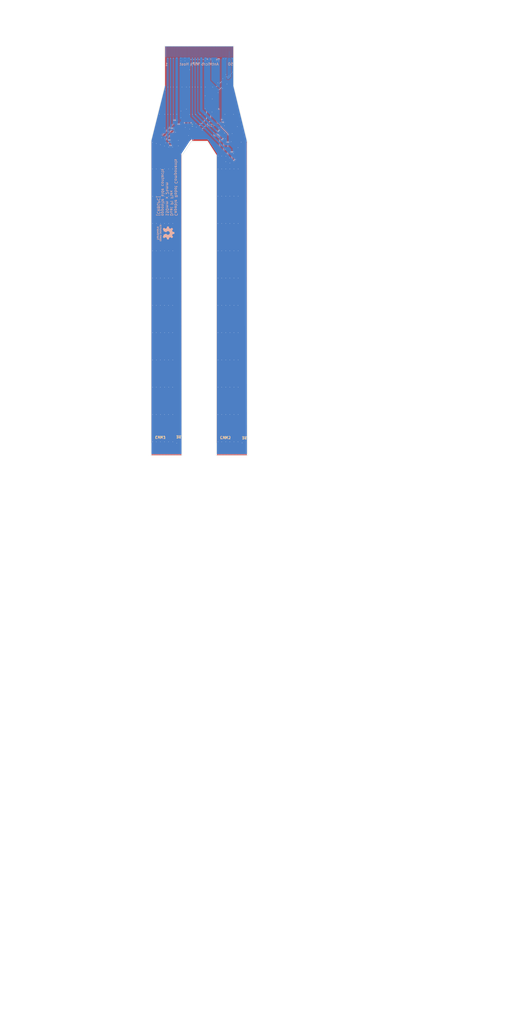
<source format=kicad_pcb>
(kicad_pcb (version 20171130) (host pcbnew "(5.1.9-0-10_14)")
  (layers (0 F.Cu signal) (31 B.Cu signal) (34 B.Paste user) (35 F.Paste user) (36 B.SilkS user) (37 F.SilkS user) (38 B.Mask user) (39 F.Mask user) (44 Edge.Cuts user))
  (net 0 "")
  (net 1 /F1_GND)
  (net 2 /F1_C1_CSI0_D0_P)
  (net 3 /F1_C1_CSI0_D0_N)
  (net 4 /F1_C1_CSI0_D1_P)
  (net 5 /F1_C1_CSI0_D1_N)
  (net 6 /F1_C1_CSI0_CLK_P)
  (net 7 /F1_C1_CSI0_CLK_N)
  (net 8 /F1_C1_CSI1_D0_P)
  (net 9 /F1_C1_CSI1_D0_N)
  (net 10 /F1_C1_CSI1_D1_P)
  (net 11 /F1_C1_CSI1_D1_N)
  (net 12 /F1_C1_SDA)
  (net 13 /F1_C1_SCL)
  (net 14 /F1_C2_CSI0_D0_P)
  (net 15 /F1_C2_CSI0_D0_N)
  (net 16 /F1_C2_CSI0_D1_P)
  (net 17 /F1_C2_CSI0_D1_N)
  (net 18 /F1_C2_CSI0_CLK_P)
  (net 19 /F1_C2_CSI0_CLK_N)
  (net 20 /F1_C2_CSI1_D0_P)
  (net 21 /F1_C2_CSI1_D0_N)
  (net 22 /F1_C2_CSI1_D1_P)
  (net 23 /F1_C2_CSI1_D1_N)
  (net 24 /F1_C2_SDA)
  (net 25 /F1_C2_SCL)
  (net 26 /F1_3.3V)
  (net 27 /F1_C2_VSYNC)
  (net 28 /F1_C1_VSYNC)
  (net 29 /F1_C1_VSYNCHV)
  (net 30 /F1_C2_VSYNCHV)
  (module "" (layer F.Cu) (at 47.15 -1.65)
    (fp_text reference "" (at 101.15 185.8) (layer F.SilkS) (effects (font (size 1.27 1.27))))
    (fp_text value "" (at 101.15 185.8) (layer F.SilkS) (effects (font (size 1.27 1.27))))
    (fp_text user CAM2 (at 82.45 160.15) (layer B.SilkS) (effects (justify mirror)))
  )
  (module "" (layer F.Cu) (at 101.15 185.8)
    (fp_text reference "" (at 95 186.5) (layer F.SilkS) (effects (font (size 1.27 1.27))))
    (fp_text value "" (at 95 186.5) (layer F.SilkS) (effects (font (size 1.27 1.27))))
  )
  (module "" (layer F.Cu) (at 95 186.5)
    (fp_text reference "" (at 105.45 186.6) (layer F.SilkS) (effects (font (size 1.27 1.27))))
    (fp_text value "" (at 105.45 186.6) (layer F.SilkS) (effects (font (size 1.27 1.27))))
  )
  (module "" (layer F.Cu) (at 105.45 158.6)
    (fp_text reference "" (at 126.55 41) (layer F.SilkS) (effects (font (size 1.27 1.27))))
    (fp_text value "" (at 126.55 41) (layer F.SilkS) (effects (font (size 1.27 1.27))))
    (fp_text user CAM1 (at 0.25 -0.2) (layer B.SilkS) (effects (justify mirror)))
  )
  (module "" (layer F.Cu) (at 91.7 186.65)
    (fp_text reference "" (at 126.55 41) (layer F.SilkS) (effects (font (size 1.27 1.27))))
    (fp_text value "" (at 126.55 41) (layer F.SilkS) (effects (font (size 1.27 1.27))))
  )
  (module antmicro-alvium-flex-csi-adapter-footprints:SC70-3 (layer F.Cu) (at 126.55 41 270)
    (fp_text reference Q2 hide)
    (fp_text value BSS138APW hide)
    (pad 1 smd rect (at -0.95 -0.65) (size 0.4 0.5) (layers F.Cu F.Paste F.Mask) (net 27 /F1_C2_VSYNC))
    (pad 2 smd rect (at -0.95 0.65) (size 0.4 0.5) (layers F.Cu F.Paste F.Mask) (net 1 /F1_GND))
    (pad 3 smd rect (at 0.95 0) (size 0.4 0.5) (layers F.Cu F.Paste F.Mask) (net 30 /F1_C2_VSYNCHV))
  )
  (module antmicro-alvium-flex-csi-adapter-footprints:SC70-3 (layer F.Cu) (at 114.2 41 270)
    (fp_text reference Q1 hide)
    (fp_text value BSS138APW hide)
    (pad 3 smd rect (at 0.95 0) (size 0.4 0.5) (layers F.Cu F.Paste F.Mask) (net 29 /F1_C1_VSYNCHV))
    (pad 2 smd rect (at -0.95 0.65) (size 0.4 0.5) (layers F.Cu F.Paste F.Mask) (net 1 /F1_GND))
    (pad 1 smd rect (at -0.95 -0.65) (size 0.4 0.5) (layers F.Cu F.Paste F.Mask) (net 28 /F1_C1_VSYNC))
  )
  (module antmicro-alvium-flex-csi-adapter-footprints:oshw-logo (layer B.Cu) (at 107.697 83.47 90)
    (fp_text reference N1 hide)
    (fp_text value oshw_logo hide)
  )
  (module antmicro-alvium-flex-csi-adapter-footprints:WE_687650100002_FLEX (layer B.Cu) (at 120 17)
    (fp_text reference "AntMicro MIPI Host" (at 0 4.6) (layer B.SilkS) (effects (justify mirror)))
    (fp_text value WE_687650100002_FLEX)
    (pad 50 smd rect (at 12.25 0) (size 0.3 4) (layers B.Cu B.Paste B.Mask))
    (pad 49 smd rect (at 11.75 0) (size 0.3 4) (layers B.Cu B.Paste B.Mask))
    (pad 48 smd rect (at 11.25 0) (size 0.3 4) (layers B.Cu B.Paste B.Mask) (net 26 /F1_3.3V))
    (pad 47 smd rect (at 10.75 0) (size 0.3 4) (layers B.Cu B.Paste B.Mask) (net 26 /F1_3.3V))
    (pad 46 smd rect (at 10.25 0) (size 0.3 4) (layers B.Cu B.Paste B.Mask))
    (pad 45 smd rect (at 9.75 0) (size 0.3 4) (layers B.Cu B.Paste B.Mask))
    (pad 44 smd rect (at 9.25 0) (size 0.3 4) (layers B.Cu B.Paste B.Mask))
    (pad 43 smd rect (at 8.75 0) (size 0.3 4) (layers B.Cu B.Paste B.Mask))
    (pad 42 smd rect (at 8.25 0) (size 0.3 4) (layers B.Cu B.Paste B.Mask) (net 25 /F1_C2_SCL))
    (pad 41 smd rect (at 7.75 0) (size 0.3 4) (layers B.Cu B.Paste B.Mask) (net 24 /F1_C2_SDA))
    (pad 40 smd rect (at 7.25 0) (size 0.3 4) (layers B.Cu B.Paste B.Mask) (net 13 /F1_C1_SCL))
    (pad 39 smd rect (at 6.75 0) (size 0.3 4) (layers B.Cu B.Paste B.Mask) (net 12 /F1_C1_SDA))
    (pad 38 smd rect (at 6.25 0) (size 0.3 4) (layers B.Cu B.Paste B.Mask))
    (pad 37 smd rect (at 5.75 0) (size 0.3 4) (layers B.Cu B.Paste B.Mask))
    (pad 36 smd rect (at 5.25 0) (size 0.3 4) (layers B.Cu B.Paste B.Mask))
    (pad 35 smd rect (at 4.75 0) (size 0.3 4) (layers B.Cu B.Paste B.Mask))
    (pad 34 smd rect (at 4.25 0) (size 0.3 4) (layers B.Cu B.Paste B.Mask) (net 27 /F1_C2_VSYNC))
    (pad 33 smd rect (at 3.75 0) (size 0.3 4) (layers B.Cu B.Paste B.Mask))
    (pad 32 smd rect (at 3.25 0) (size 0.3 4) (layers B.Cu B.Paste B.Mask) (net 28 /F1_C1_VSYNC))
    (pad 31 smd rect (at 2.75 0) (size 0.3 4) (layers B.Cu B.Paste B.Mask))
    (pad 30 smd rect (at 2.25 0) (size 0.3 4) (layers B.Cu B.Paste B.Mask) (net 1 /F1_GND))
    (pad 29 smd rect (at 1.75 0) (size 0.3 4) (layers B.Cu B.Paste B.Mask) (net 18 /F1_C2_CSI0_CLK_P))
    (pad 28 smd rect (at 1.25 0) (size 0.3 4) (layers B.Cu B.Paste B.Mask) (net 19 /F1_C2_CSI0_CLK_N))
    (pad 27 smd rect (at 0.75 0) (size 0.3 4) (layers B.Cu B.Paste B.Mask) (net 1 /F1_GND))
    (pad 26 smd rect (at 0.25 0) (size 0.3 4) (layers B.Cu B.Paste B.Mask) (net 14 /F1_C2_CSI0_D0_P))
    (pad 25 smd rect (at -0.25 0) (size 0.3 4) (layers B.Cu B.Paste B.Mask) (net 15 /F1_C2_CSI0_D0_N))
    (pad 24 smd rect (at -0.75 0) (size 0.3 4) (layers B.Cu B.Paste B.Mask) (net 16 /F1_C2_CSI0_D1_P))
    (pad 23 smd rect (at -1.25 0) (size 0.3 4) (layers B.Cu B.Paste B.Mask) (net 17 /F1_C2_CSI0_D1_N))
    (pad 22 smd rect (at -1.75 0) (size 0.3 4) (layers B.Cu B.Paste B.Mask) (net 20 /F1_C2_CSI1_D0_P))
    (pad 21 smd rect (at -2.25 0) (size 0.3 4) (layers B.Cu B.Paste B.Mask) (net 21 /F1_C2_CSI1_D0_N))
    (pad 20 smd rect (at -2.75 0) (size 0.3 4) (layers B.Cu B.Paste B.Mask) (net 22 /F1_C2_CSI1_D1_P))
    (pad 19 smd rect (at -3.25 0) (size 0.3 4) (layers B.Cu B.Paste B.Mask) (net 23 /F1_C2_CSI1_D1_N))
    (pad 18 smd rect (at -3.75 0) (size 0.3 4) (layers B.Cu B.Paste B.Mask) (net 1 /F1_GND))
    (pad 17 smd rect (at -4.25 0) (size 0.3 4) (layers B.Cu B.Paste B.Mask))
    (pad 16 smd rect (at -4.75 0) (size 0.3 4) (layers B.Cu B.Paste B.Mask))
    (pad 15 smd rect (at -5.25 0) (size 0.3 4) (layers B.Cu B.Paste B.Mask) (net 1 /F1_GND))
    (pad 14 smd rect (at -5.75 0) (size 0.3 4) (layers B.Cu B.Paste B.Mask))
    (pad 13 smd rect (at -6.25 0) (size 0.3 4) (layers B.Cu B.Paste B.Mask))
    (pad 12 smd rect (at -6.75 0) (size 0.3 4) (layers B.Cu B.Paste B.Mask) (net 1 /F1_GND))
    (pad 11 smd rect (at -7.25 0) (size 0.3 4) (layers B.Cu B.Paste B.Mask) (net 6 /F1_C1_CSI0_CLK_P))
    (pad 10 smd rect (at -7.75 0) (size 0.3 4) (layers B.Cu B.Paste B.Mask) (net 7 /F1_C1_CSI0_CLK_N))
    (pad 9 smd rect (at -8.25 0) (size 0.3 4) (layers B.Cu B.Paste B.Mask) (net 1 /F1_GND))
    (pad 8 smd rect (at -8.75 0) (size 0.3 4) (layers B.Cu B.Paste B.Mask) (net 2 /F1_C1_CSI0_D0_P))
    (pad 7 smd rect (at -9.25 0) (size 0.3 4) (layers B.Cu B.Paste B.Mask) (net 3 /F1_C1_CSI0_D0_N))
    (pad 6 smd rect (at -9.75 0) (size 0.3 4) (layers B.Cu B.Paste B.Mask) (net 4 /F1_C1_CSI0_D1_P))
    (pad 5 smd rect (at -10.25 0) (size 0.3 4) (layers B.Cu B.Paste B.Mask) (net 5 /F1_C1_CSI0_D1_N))
    (pad 4 smd rect (at -10.75 0) (size 0.3 4) (layers B.Cu B.Paste B.Mask) (net 8 /F1_C1_CSI1_D0_P))
    (pad 3 smd rect (at -11.25 0) (size 0.3 4) (layers B.Cu B.Paste B.Mask) (net 9 /F1_C1_CSI1_D0_N))
    (pad 2 smd rect (at -11.75 0) (size 0.3 4) (layers B.Cu B.Paste B.Mask) (net 10 /F1_C1_CSI1_D1_P))
    (pad 1 smd rect (at -12.25 0) (size 0.3 4) (layers B.Cu B.Paste B.Mask) (net 11 /F1_C1_CSI1_D1_N))
  )
  (module antmicro-alvium-flex-csi-adapter-footprints:WE_687622100002_FLEX (layer F.Cu) (at 131.75 163)
    (fp_text reference CAM2 (at -2.15 -4.5) (layer F.SilkS))
    (fp_text value WE_687622100002_FLEX)
    (pad 22 smd rect (at 5.5 -0.05) (size 0.3 4) (layers F.Cu F.Paste F.Mask) (net 26 /F1_3.3V))
    (pad 21 smd rect (at 5 -0.05) (size 0.3 4) (layers F.Cu F.Paste F.Mask) (net 24 /F1_C2_SDA))
    (pad 20 smd rect (at 4.5 -0.05) (size 0.3 4) (layers F.Cu F.Paste F.Mask) (net 25 /F1_C2_SCL))
    (pad 19 smd rect (at 4 -0.05) (size 0.3 4) (layers F.Cu F.Paste F.Mask) (net 1 /F1_GND))
    (pad 18 smd rect (at 3.5 -0.05) (size 0.3 4) (layers F.Cu F.Paste F.Mask))
    (pad 17 smd rect (at 3 -0.05) (size 0.3 4) (layers F.Cu F.Paste F.Mask) (net 30 /F1_C2_VSYNCHV))
    (pad 16 smd rect (at 2.5 -0.05) (size 0.3 4) (layers F.Cu F.Paste F.Mask) (net 1 /F1_GND))
    (pad 15 smd rect (at 2 -0.05) (size 0.3 4) (layers F.Cu F.Paste F.Mask) (net 22 /F1_C2_CSI1_D1_P))
    (pad 14 smd rect (at 1.5 -0.05) (size 0.3 4) (layers F.Cu F.Paste F.Mask) (net 23 /F1_C2_CSI1_D1_N))
    (pad 13 smd rect (at 1 -0.05) (size 0.3 4) (layers F.Cu F.Paste F.Mask) (net 1 /F1_GND))
    (pad 12 smd rect (at 0.5 -0.05) (size 0.3 4) (layers F.Cu F.Paste F.Mask) (net 20 /F1_C2_CSI1_D0_P))
    (pad 11 smd rect (at 0 -0.05) (size 0.3 4) (layers F.Cu F.Paste F.Mask) (net 21 /F1_C2_CSI1_D0_N))
    (pad 10 smd rect (at -0.5 -0.05) (size 0.3 4) (layers F.Cu F.Paste F.Mask) (net 1 /F1_GND))
    (pad 9 smd rect (at -1 -0.05) (size 0.3 4) (layers F.Cu F.Paste F.Mask) (net 18 /F1_C2_CSI0_CLK_P))
    (pad 8 smd rect (at -1.5 -0.05) (size 0.3 4) (layers F.Cu F.Paste F.Mask) (net 19 /F1_C2_CSI0_CLK_N))
    (pad 7 smd rect (at -2 -0.05) (size 0.3 4) (layers F.Cu F.Paste F.Mask) (net 1 /F1_GND))
    (pad 6 smd rect (at -2.5 -0.05) (size 0.3 4) (layers F.Cu F.Paste F.Mask) (net 16 /F1_C2_CSI0_D1_P))
    (pad 5 smd rect (at -3 -0.05) (size 0.3 4) (layers F.Cu F.Paste F.Mask) (net 17 /F1_C2_CSI0_D1_N))
    (pad 4 smd rect (at -3.5 -0.05) (size 0.3 4) (layers F.Cu F.Paste F.Mask) (net 1 /F1_GND))
    (pad 3 smd rect (at -4 -0.05) (size 0.3 4) (layers F.Cu F.Paste F.Mask) (net 14 /F1_C2_CSI0_D0_P))
    (pad 2 smd rect (at -4.5 -0.05) (size 0.3 4) (layers F.Cu F.Paste F.Mask) (net 15 /F1_C2_CSI0_D0_N))
    (pad 1 smd rect (at -5 -0.05) (size 0.3 4) (layers F.Cu F.Paste F.Mask) (net 1 /F1_GND))
  )
  (module antmicro-alvium-flex-csi-adapter-footprints:WE_687622100002_FLEX (layer F.Cu) (at 107.75 163)
    (fp_text reference CAM1 (at -2 -4.6) (layer F.SilkS))
    (fp_text value WE_687622100002_FLEX)
    (pad 22 smd rect (at 5.5 -0.05) (size 0.3 4) (layers F.Cu F.Paste F.Mask) (net 26 /F1_3.3V))
    (pad 21 smd rect (at 5 -0.05) (size 0.3 4) (layers F.Cu F.Paste F.Mask) (net 12 /F1_C1_SDA))
    (pad 20 smd rect (at 4.5 -0.05) (size 0.3 4) (layers F.Cu F.Paste F.Mask) (net 13 /F1_C1_SCL))
    (pad 19 smd rect (at 4 -0.05) (size 0.3 4) (layers F.Cu F.Paste F.Mask) (net 1 /F1_GND))
    (pad 18 smd rect (at 3.5 -0.05) (size 0.3 4) (layers F.Cu F.Paste F.Mask))
    (pad 17 smd rect (at 3 -0.05) (size 0.3 4) (layers F.Cu F.Paste F.Mask) (net 29 /F1_C1_VSYNCHV))
    (pad 16 smd rect (at 2.5 -0.05) (size 0.3 4) (layers F.Cu F.Paste F.Mask) (net 1 /F1_GND))
    (pad 15 smd rect (at 2 -0.05) (size 0.3 4) (layers F.Cu F.Paste F.Mask) (net 10 /F1_C1_CSI1_D1_P))
    (pad 14 smd rect (at 1.5 -0.05) (size 0.3 4) (layers F.Cu F.Paste F.Mask) (net 11 /F1_C1_CSI1_D1_N))
    (pad 13 smd rect (at 1 -0.05) (size 0.3 4) (layers F.Cu F.Paste F.Mask) (net 1 /F1_GND))
    (pad 12 smd rect (at 0.5 -0.05) (size 0.3 4) (layers F.Cu F.Paste F.Mask) (net 8 /F1_C1_CSI1_D0_P))
    (pad 11 smd rect (at 0 -0.05) (size 0.3 4) (layers F.Cu F.Paste F.Mask) (net 9 /F1_C1_CSI1_D0_N))
    (pad 10 smd rect (at -0.5 -0.05) (size 0.3 4) (layers F.Cu F.Paste F.Mask) (net 1 /F1_GND))
    (pad 9 smd rect (at -1 -0.05) (size 0.3 4) (layers F.Cu F.Paste F.Mask) (net 6 /F1_C1_CSI0_CLK_P))
    (pad 8 smd rect (at -1.5 -0.05) (size 0.3 4) (layers F.Cu F.Paste F.Mask) (net 7 /F1_C1_CSI0_CLK_N))
    (pad 7 smd rect (at -2 -0.05) (size 0.3 4) (layers F.Cu F.Paste F.Mask) (net 1 /F1_GND))
    (pad 6 smd rect (at -2.5 -0.05) (size 0.3 4) (layers F.Cu F.Paste F.Mask) (net 4 /F1_C1_CSI0_D1_P))
    (pad 5 smd rect (at -3 -0.05) (size 0.3 4) (layers F.Cu F.Paste F.Mask) (net 5 /F1_C1_CSI0_D1_N))
    (pad 4 smd rect (at -3.5 -0.05) (size 0.3 4) (layers F.Cu F.Paste F.Mask) (net 1 /F1_GND))
    (pad 3 smd rect (at -4 -0.05) (size 0.3 4) (layers F.Cu F.Paste F.Mask) (net 2 /F1_C1_CSI0_D0_P))
    (pad 2 smd rect (at -4.5 -0.05) (size 0.3 4) (layers F.Cu F.Paste F.Mask) (net 3 /F1_C1_CSI0_D0_N))
    (pad 1 smd rect (at -5 -0.05) (size 0.3 4) (layers F.Cu F.Paste F.Mask) (net 1 /F1_GND))
  )
  (module Resistor_SMD:R_0402_1005Metric (layer F.Cu) (at 117.5 44)
    (fp_text reference R1 hide)
    (fp_text value R hide)
    (pad 1 smd roundrect (at -0.51 0) (size 0.54 0.64) (layers F.Cu F.Paste F.Mask) (net 29 /F1_C1_VSYNCHV))
    (pad 2 smd roundrect (at 0.51 0) (size 0.54 0.64) (layers F.Cu F.Paste F.Mask) (net 26 /F1_3.3V))
  )
  (module Resistor_SMD:R_0402_1005Metric (layer F.Cu) (at 124.5 44 180)
    (fp_text reference R2 hide)
    (fp_text value R hide)
    (pad 2 smd roundrect (at 0.51 0 180) (size 0.54 0.64) (layers F.Cu F.Paste F.Mask) (net 26 /F1_3.3V))
    (pad 1 smd roundrect (at -0.51 0 180) (size 0.54 0.64) (layers F.Cu F.Paste F.Mask) (net 30 /F1_C2_VSYNCHV))
  )
  (gr_text "Capable Robot Components\nDual PI Flex\n150mm x 24mm\nopposite side contacts\n[CR8GPC]" (at 108.267 77.33 -90) (layer B.SilkS) (effects (font (size 1 1)) (justify left mirror)))
  (gr_text 50 (at 131.5 21.6) (layer B.SilkS) (effects (font (size 1 1)) (justify mirror)))
  (gr_text 1 (at 108 21.7) (layer B.SilkS) (effects (font (size 1 1)) (justify mirror)))
  (gr_line (start 117 50) (end 123 50) (layer Edge.Cuts) (width 0.1))
  (gr_line (start 123 50) (end 126.25 55) (layer Edge.Cuts) (width 0.1))
  (gr_line (start 113.75 55) (end 117 50) (layer Edge.Cuts) (width 0.1))
  (gr_line (start 137.75 50) (end 132.75 30) (layer Edge.Cuts) (width 0.1))
  (gr_line (start 102.25 50) (end 107.25 30) (layer Edge.Cuts) (width 0.1))
  (gr_line (start 137.75 165) (end 137.75 50) (layer Edge.Cuts) (width 0.1))
  (gr_line (start 126.25 165) (end 126.25 55) (layer Edge.Cuts) (width 0.1))
  (gr_line (start 113.75 165) (end 113.75 55) (layer Edge.Cuts) (width 0.1))
  (gr_line (start 102.25 165) (end 102.25 50) (layer Edge.Cuts) (width 0.1))
  (gr_text 3V (at 136.6 158.6) (layer B.SilkS) (effects (font (size 1 1)) (justify mirror)))
  (gr_text 3V (at 136.6 158.6) (layer F.SilkS) (effects (font (size 1 1))))
  (gr_text 3V (at 112.5 158.25) (layer B.SilkS) (effects (font (size 1 1)) (justify mirror)))
  (gr_text 3V (at 112.5 158.25) (layer F.SilkS) (effects (font (size 1 1))))
  (gr_line (start 126.25 165) (end 137.75 165) (layer Edge.Cuts) (width 0.1))
  (gr_line (start 102.25 165) (end 113.75 165) (layer Edge.Cuts) (width 0.1))
  (gr_line (start 132.75 15) (end 132.75 30) (layer Edge.Cuts) (width 0.1))
  (gr_line (start 107.25 15) (end 132.75 15) (layer Edge.Cuts) (width 0.1))
  (gr_line (start 107.25 15) (end 107.25 30) (layer Edge.Cuts) (width 0.1))
  (via (at 113.25 19.4) (size 0.35) (drill 0.15) (layers F.Cu B.Cu) (net 1))
  (via (at 114.75 19.4) (size 0.35) (drill 0.15) (layers F.Cu B.Cu) (net 1))
  (via (at 116.25 19.4) (size 0.35) (drill 0.15) (layers F.Cu B.Cu) (net 1))
  (via (at 111.75 19.4) (size 0.35) (drill 0.15) (layers F.Cu B.Cu) (net 1))
  (via (at 118.51 19.4) (size 0.35) (drill 0.15) (layers F.Cu B.Cu) (net 1))
  (via (at 117.51 19.39) (size 0.35) (drill 0.15) (layers F.Cu B.Cu) (net 1))
  (via (at 119.5174 19.42) (size 0.35) (drill 0.15) (layers F.Cu B.Cu) (net 1))
  (via (at 108.5 19.5) (size 0.35) (drill 0.15) (layers F.Cu B.Cu) (net 1))
  (via (at 109.5 19.5) (size 0.35) (drill 0.15) (layers F.Cu B.Cu) (net 1))
  (via (at 110.5 19.5) (size 0.35) (drill 0.15) (layers F.Cu B.Cu) (net 1))
  (via (at 108.55 46.25) (size 0.35) (drill 0.15) (layers F.Cu B.Cu) (net 1))
  (via (at 110.75 45.45) (size 0.35) (drill 0.15) (layers F.Cu B.Cu) (net 1))
  (via (at 107.35 48.95) (size 0.35) (drill 0.15) (layers F.Cu B.Cu) (net 1))
  (via (at 107.65 50.45) (size 0.35) (drill 0.15) (layers F.Cu B.Cu) (net 1))
  (via (at 106.2 48.55) (size 0.35) (drill 0.15) (layers F.Cu B.Cu) (net 1))
  (via (at 109.6 50.2) (size 0.35) (drill 0.15) (layers F.Cu B.Cu) (net 1))
  (via (at 111.35 46.6) (size 0.35) (drill 0.15) (layers F.Cu B.Cu) (net 1))
  (via (at 108.75 52) (size 0.35) (drill 0.15) (layers F.Cu B.Cu) (net 1))
  (via (at 110.25 52) (size 0.35) (drill 0.15) (layers F.Cu B.Cu) (net 1))
  (via (at 108.5 30) (size 0.35) (drill 0.15) (layers F.Cu B.Cu) (net 1))
  (via (at 109.5 30) (size 0.35) (drill 0.15) (layers F.Cu B.Cu) (net 1))
  (via (at 110.5 30) (size 0.35) (drill 0.15) (layers F.Cu B.Cu) (net 1))
  (via (at 108.5 40) (size 0.35) (drill 0.15) (layers F.Cu B.Cu) (net 1))
  (via (at 109.5 40) (size 0.35) (drill 0.15) (layers F.Cu B.Cu) (net 1))
  (via (at 110.5 40) (size 0.35) (drill 0.15) (layers F.Cu B.Cu) (net 1))
  (via (at 111.75 40) (size 0.35) (drill 0.15) (layers F.Cu B.Cu) (net 1))
  (via (at 104.25 50.7) (size 0.35) (drill 0.15) (layers F.Cu B.Cu) (net 1))
  (via (at 105.75 51.1) (size 0.35) (drill 0.15) (layers F.Cu B.Cu) (net 1))
  (via (at 107.25 51.6) (size 0.35) (drill 0.15) (layers F.Cu B.Cu) (net 1))
  (via (at 104.25 60) (size 0.35) (drill 0.15) (layers F.Cu B.Cu) (net 1))
  (via (at 105.8 60) (size 0.35) (drill 0.15) (layers F.Cu B.Cu) (net 1))
  (via (at 107.25 60) (size 0.35) (drill 0.15) (layers F.Cu B.Cu) (net 1))
  (via (at 108.75 60) (size 0.35) (drill 0.15) (layers F.Cu B.Cu) (net 1))
  (via (at 104.25 70) (size 0.35) (drill 0.15) (layers F.Cu B.Cu) (net 1))
  (via (at 105.8 70) (size 0.35) (drill 0.15) (layers F.Cu B.Cu) (net 1))
  (via (at 107.25 70) (size 0.35) (drill 0.15) (layers F.Cu B.Cu) (net 1))
  (via (at 108.8 70) (size 0.35) (drill 0.15) (layers F.Cu B.Cu) (net 1))
  (via (at 104.3 80) (size 0.35) (drill 0.15) (layers F.Cu B.Cu) (net 1))
  (via (at 105.8 80) (size 0.35) (drill 0.15) (layers F.Cu B.Cu) (net 1))
  (via (at 107.25 80) (size 0.35) (drill 0.15) (layers F.Cu B.Cu) (net 1))
  (via (at 108.8 80) (size 0.35) (drill 0.15) (layers F.Cu B.Cu) (net 1))
  (via (at 104.25 90) (size 0.35) (drill 0.15) (layers F.Cu B.Cu) (net 1))
  (via (at 105.75 90) (size 0.35) (drill 0.15) (layers F.Cu B.Cu) (net 1))
  (via (at 107.3 90) (size 0.35) (drill 0.15) (layers F.Cu B.Cu) (net 1))
  (via (at 108.8 90) (size 0.35) (drill 0.15) (layers F.Cu B.Cu) (net 1))
  (via (at 104.3 100) (size 0.35) (drill 0.15) (layers F.Cu B.Cu) (net 1))
  (via (at 105.75 100) (size 0.35) (drill 0.15) (layers F.Cu B.Cu) (net 1))
  (via (at 107.25 100) (size 0.35) (drill 0.15) (layers F.Cu B.Cu) (net 1))
  (via (at 108.75 100) (size 0.35) (drill 0.15) (layers F.Cu B.Cu) (net 1))
  (via (at 104.25 110) (size 0.35) (drill 0.15) (layers F.Cu B.Cu) (net 1))
  (via (at 105.75 110) (size 0.35) (drill 0.15) (layers F.Cu B.Cu) (net 1))
  (via (at 107.25 110) (size 0.35) (drill 0.15) (layers F.Cu B.Cu) (net 1))
  (via (at 108.75 110) (size 0.35) (drill 0.15) (layers F.Cu B.Cu) (net 1))
  (via (at 105.8 120) (size 0.35) (drill 0.15) (layers F.Cu B.Cu) (net 1))
  (via (at 107.3 120) (size 0.35) (drill 0.15) (layers F.Cu B.Cu) (net 1))
  (via (at 108.8 120) (size 0.35) (drill 0.15) (layers F.Cu B.Cu) (net 1))
  (via (at 104.3 130) (size 0.35) (drill 0.15) (layers F.Cu B.Cu) (net 1))
  (via (at 105.75 130) (size 0.35) (drill 0.15) (layers F.Cu B.Cu) (net 1))
  (via (at 107.25 130) (size 0.35) (drill 0.15) (layers F.Cu B.Cu) (net 1))
  (via (at 108.75 130) (size 0.35) (drill 0.15) (layers F.Cu B.Cu) (net 1))
  (via (at 104.25 140) (size 0.35) (drill 0.15) (layers F.Cu B.Cu) (net 1))
  (via (at 105.75 140) (size 0.35) (drill 0.15) (layers F.Cu B.Cu) (net 1))
  (via (at 108.8 140) (size 0.35) (drill 0.15) (layers F.Cu B.Cu) (net 1))
  (via (at 107.3 140) (size 0.35) (drill 0.15) (layers F.Cu B.Cu) (net 1))
  (via (at 104.25 150) (size 0.35) (drill 0.15) (layers F.Cu B.Cu) (net 1))
  (via (at 105.8 150) (size 0.35) (drill 0.15) (layers F.Cu B.Cu) (net 1))
  (via (at 107.25 150) (size 0.35) (drill 0.15) (layers F.Cu B.Cu) (net 1))
  (via (at 108.75 150) (size 0.35) (drill 0.15) (layers F.Cu B.Cu) (net 1))
  (via (at 104.25 160) (size 0.35) (drill 0.15) (layers F.Cu B.Cu) (net 1))
  (via (at 105.75 160) (size 0.35) (drill 0.15) (layers F.Cu B.Cu) (net 1))
  (via (at 107.25 160) (size 0.35) (drill 0.15) (layers F.Cu B.Cu) (net 1))
  (via (at 108.75 160) (size 0.35) (drill 0.15) (layers F.Cu B.Cu) (net 1))
  (via (at 107.25 45) (size 0.35) (drill 0.15) (layers F.Cu B.Cu) (net 1))
  (via (at 111.75 160.5) (size 0.35) (drill 0.15) (layers F.Cu B.Cu) (net 1))
  (via (at 110.3 150) (size 0.35) (drill 0.15) (layers F.Cu B.Cu) (net 1))
  (via (at 110.3 160) (size 0.35) (drill 0.15) (layers F.Cu B.Cu) (net 1))
  (via (at 102.9 160) (size 0.35) (drill 0.15) (layers F.Cu B.Cu) (net 1))
  (via (at 102.9 150) (size 0.35) (drill 0.15) (layers F.Cu B.Cu) (net 1))
  (via (at 102.9 140) (size 0.35) (drill 0.15) (layers F.Cu B.Cu) (net 1))
  (via (at 102.9 130) (size 0.35) (drill 0.15) (layers F.Cu B.Cu) (net 1))
  (via (at 102.9 120) (size 0.35) (drill 0.15) (layers F.Cu B.Cu) (net 1))
  (via (at 104.25 120) (size 0.35) (drill 0.15) (layers F.Cu B.Cu) (net 1))
  (via (at 102.9 110) (size 0.35) (drill 0.15) (layers F.Cu B.Cu) (net 1))
  (via (at 102.9 100) (size 0.35) (drill 0.15) (layers F.Cu B.Cu) (net 1))
  (via (at 102.9 90) (size 0.35) (drill 0.15) (layers F.Cu B.Cu) (net 1))
  (via (at 102.9 80) (size 0.35) (drill 0.15) (layers F.Cu B.Cu) (net 1))
  (via (at 102.9 70.05) (size 0.35) (drill 0.15) (layers F.Cu B.Cu) (net 1))
  (via (at 102.85 60) (size 0.35) (drill 0.15) (layers F.Cu B.Cu) (net 1))
  (via (at 102.85 50.3) (size 0.35) (drill 0.15) (layers F.Cu B.Cu) (net 1))
  (via (at 110.25 140) (size 0.35) (drill 0.15) (layers F.Cu B.Cu) (net 1))
  (via (at 110.3 130) (size 0.35) (drill 0.15) (layers F.Cu B.Cu) (net 1))
  (via (at 110.25 120) (size 0.35) (drill 0.15) (layers F.Cu B.Cu) (net 1))
  (via (at 110.25 110) (size 0.35) (drill 0.15) (layers F.Cu B.Cu) (net 1))
  (via (at 110.25 100) (size 0.35) (drill 0.15) (layers F.Cu B.Cu) (net 1))
  (via (at 110.3 90) (size 0.35) (drill 0.15) (layers F.Cu B.Cu) (net 1))
  (via (at 110.3 80) (size 0.35) (drill 0.15) (layers F.Cu B.Cu) (net 1))
  (via (at 110.3 70) (size 0.35) (drill 0.15) (layers F.Cu B.Cu) (net 1))
  (via (at 110.25 60) (size 0.35) (drill 0.15) (layers F.Cu B.Cu) (net 1))
  (via (at 120.76 19.37) (size 0.35) (drill 0.15) (layers F.Cu B.Cu) (net 1))
  (via (at 122.26 19.39) (size 0.35) (drill 0.15) (layers F.Cu B.Cu) (net 1))
  (segment (start 102.75 160.45) (end 102.8 160.4) (width 0.2) (layer F.Cu) (net 1))
  (segment (start 102.75 162.95) (end 102.75 160.45) (width 0.2) (layer F.Cu) (net 1))
  (segment (start 104.25 162.75) (end 104.25 160.45) (width 0.2) (layer F.Cu) (net 1))
  (segment (start 104.25 162.95) (end 104.25 162.75) (width 0.2) (layer F.Cu) (net 1))
  (segment (start 105.75 162.75) (end 105.75 160.45) (width 0.2) (layer F.Cu) (net 1))
  (segment (start 105.75 162.95) (end 105.75 162.75) (width 0.2) (layer F.Cu) (net 1))
  (segment (start 107.25 162.75) (end 107.25 160.45) (width 0.2) (layer F.Cu) (net 1))
  (segment (start 107.25 162.95) (end 107.25 162.75) (width 0.2) (layer F.Cu) (net 1))
  (segment (start 108.75 162.75) (end 108.75 160.45) (width 0.2) (layer F.Cu) (net 1))
  (segment (start 108.75 162.95) (end 108.75 162.75) (width 0.2) (layer F.Cu) (net 1))
  (segment (start 110.25 162.75) (end 110.25 160.45) (width 0.2) (layer F.Cu) (net 1))
  (segment (start 110.25 162.95) (end 110.25 162.75) (width 0.2) (layer F.Cu) (net 1))
  (segment (start 111.75 162.75) (end 111.75 160.5) (width 0.2) (layer F.Cu) (net 1))
  (segment (start 111.75 162.95) (end 111.75 162.75) (width 0.2) (layer F.Cu) (net 1))
  (segment (start 111.75 17.25) (end 111.75 19.4) (width 0.2) (layer B.Cu) (net 1))
  (segment (start 111.75 17) (end 111.75 17.25) (width 0.2) (layer B.Cu) (net 1))
  (segment (start 113.25 17.25) (end 113.25 19.4) (width 0.2) (layer B.Cu) (net 1))
  (segment (start 113.25 17) (end 113.25 17.25) (width 0.2) (layer B.Cu) (net 1))
  (segment (start 114.75 17.25) (end 114.75 19.4) (width 0.2) (layer B.Cu) (net 1))
  (segment (start 114.75 17) (end 114.75 17.25) (width 0.2) (layer B.Cu) (net 1))
  (segment (start 116.25 17.25) (end 116.25 19.4) (width 0.2) (layer B.Cu) (net 1))
  (segment (start 116.25 17) (end 116.25 17.25) (width 0.2) (layer B.Cu) (net 1))
  (segment (start 120.76 17.26) (end 120.76 19.37) (width 0.2) (layer B.Cu) (net 1))
  (segment (start 120.75 17.25) (end 120.76 17.26) (width 0.2) (layer B.Cu) (net 1))
  (segment (start 120.75 17) (end 120.75 17.25) (width 0.2) (layer B.Cu) (net 1))
  (segment (start 122.26 17.26) (end 122.26 19.39) (width 0.2) (layer B.Cu) (net 1))
  (segment (start 122.25 17.25) (end 122.26 17.26) (width 0.2) (layer B.Cu) (net 1))
  (segment (start 122.25 17) (end 122.25 17.25) (width 0.2) (layer B.Cu) (net 1))
  (via (at 111.8 30) (size 0.35) (drill 0.15) (layers F.Cu B.Cu) (net 1))
  (via (at 113.7 30) (size 0.35) (drill 0.15) (layers F.Cu B.Cu) (net 1))
  (via (at 107.5 31.1) (size 0.35) (drill 0.15) (layers F.Cu B.Cu) (net 1))
  (via (at 135.75 160.4) (size 0.35) (drill 0.15) (layers F.Cu B.Cu) (net 1))
  (segment (start 128.25 162.95) (end 128.25 160.45) (width 0.2) (layer F.Cu) (net 1))
  (segment (start 129.75 162.95) (end 129.75 160.45) (width 0.2) (layer F.Cu) (net 1))
  (segment (start 131.25 162.95) (end 131.25 160.45) (width 0.2) (layer F.Cu) (net 1))
  (segment (start 132.75 162.95) (end 132.75 160.45) (width 0.2) (layer F.Cu) (net 1))
  (segment (start 134.25 162.95) (end 134.25 160.45) (width 0.2) (layer F.Cu) (net 1))
  (segment (start 135.75 162.95) (end 135.75 160.4) (width 0.2) (layer F.Cu) (net 1))
  (segment (start 126.75 162.95) (end 126.75 160.45) (width 0.2) (layer F.Cu) (net 1))
  (via (at 126.9 60.05) (size 0.35) (drill 0.15) (layers F.Cu B.Cu) (net 1))
  (via (at 128.25 60) (size 0.35) (drill 0.15) (layers F.Cu B.Cu) (net 1))
  (via (at 129.75 60) (size 0.35) (drill 0.15) (layers F.Cu B.Cu) (net 1))
  (via (at 131.25 60) (size 0.35) (drill 0.15) (layers F.Cu B.Cu) (net 1))
  (via (at 132.75 60) (size 0.35) (drill 0.15) (layers F.Cu B.Cu) (net 1))
  (via (at 134.3 60) (size 0.35) (drill 0.15) (layers F.Cu B.Cu) (net 1))
  (via (at 126.85 70) (size 0.35) (drill 0.15) (layers F.Cu B.Cu) (net 1))
  (via (at 128.25 70) (size 0.35) (drill 0.15) (layers F.Cu B.Cu) (net 1))
  (via (at 129.75 70) (size 0.35) (drill 0.15) (layers F.Cu B.Cu) (net 1))
  (via (at 131.25 70) (size 0.35) (drill 0.15) (layers F.Cu B.Cu) (net 1))
  (via (at 132.75 70) (size 0.35) (drill 0.15) (layers F.Cu B.Cu) (net 1))
  (via (at 134.3 70) (size 0.35) (drill 0.15) (layers F.Cu B.Cu) (net 1))
  (via (at 129.75 80) (size 0.35) (drill 0.15) (layers F.Cu B.Cu) (net 1))
  (via (at 128.25 80) (size 0.35) (drill 0.15) (layers F.Cu B.Cu) (net 1))
  (via (at 126.85 80) (size 0.35) (drill 0.15) (layers F.Cu B.Cu) (net 1))
  (via (at 131.25 80) (size 0.35) (drill 0.15) (layers F.Cu B.Cu) (net 1))
  (via (at 132.75 80) (size 0.35) (drill 0.15) (layers F.Cu B.Cu) (net 1))
  (via (at 126.9 90) (size 0.35) (drill 0.15) (layers F.Cu B.Cu) (net 1))
  (via (at 128.25 90) (size 0.35) (drill 0.15) (layers F.Cu B.Cu) (net 1))
  (via (at 129.75 90) (size 0.35) (drill 0.15) (layers F.Cu B.Cu) (net 1))
  (via (at 131.25 90) (size 0.35) (drill 0.15) (layers F.Cu B.Cu) (net 1))
  (via (at 132.75 90) (size 0.35) (drill 0.15) (layers F.Cu B.Cu) (net 1))
  (via (at 134.3 90) (size 0.35) (drill 0.15) (layers F.Cu B.Cu) (net 1))
  (via (at 134.3 80) (size 0.35) (drill 0.15) (layers F.Cu B.Cu) (net 1))
  (via (at 134.3 100) (size 0.35) (drill 0.15) (layers F.Cu B.Cu) (net 1))
  (via (at 132.75 100) (size 0.35) (drill 0.15) (layers F.Cu B.Cu) (net 1))
  (via (at 131.25 100) (size 0.35) (drill 0.15) (layers F.Cu B.Cu) (net 1))
  (via (at 129.75 100) (size 0.35) (drill 0.15) (layers F.Cu B.Cu) (net 1))
  (via (at 128.25 100) (size 0.35) (drill 0.15) (layers F.Cu B.Cu) (net 1))
  (via (at 126.9 100) (size 0.35) (drill 0.15) (layers F.Cu B.Cu) (net 1))
  (via (at 126.85 110) (size 0.35) (drill 0.15) (layers F.Cu B.Cu) (net 1))
  (via (at 128.25 110) (size 0.35) (drill 0.15) (layers F.Cu B.Cu) (net 1))
  (via (at 129.75 110) (size 0.35) (drill 0.15) (layers F.Cu B.Cu) (net 1))
  (via (at 131.25 110) (size 0.35) (drill 0.15) (layers F.Cu B.Cu) (net 1))
  (via (at 132.75 110) (size 0.35) (drill 0.15) (layers F.Cu B.Cu) (net 1))
  (via (at 134.25 110) (size 0.35) (drill 0.15) (layers F.Cu B.Cu) (net 1))
  (via (at 126.9 120) (size 0.35) (drill 0.15) (layers F.Cu B.Cu) (net 1))
  (via (at 128.25 120) (size 0.35) (drill 0.15) (layers F.Cu B.Cu) (net 1))
  (via (at 129.75 120) (size 0.35) (drill 0.15) (layers F.Cu B.Cu) (net 1))
  (via (at 131.3 120) (size 0.35) (drill 0.15) (layers F.Cu B.Cu) (net 1))
  (via (at 132.75 120) (size 0.35) (drill 0.15) (layers F.Cu B.Cu) (net 1))
  (via (at 134.3 120) (size 0.35) (drill 0.15) (layers F.Cu B.Cu) (net 1))
  (via (at 126.9 130) (size 0.35) (drill 0.15) (layers F.Cu B.Cu) (net 1))
  (via (at 128.25 130) (size 0.35) (drill 0.15) (layers F.Cu B.Cu) (net 1))
  (via (at 129.75 130) (size 0.35) (drill 0.15) (layers F.Cu B.Cu) (net 1))
  (via (at 131.25 130) (size 0.35) (drill 0.15) (layers F.Cu B.Cu) (net 1))
  (via (at 132.75 130) (size 0.35) (drill 0.15) (layers F.Cu B.Cu) (net 1))
  (via (at 134.3 130) (size 0.35) (drill 0.15) (layers F.Cu B.Cu) (net 1))
  (via (at 126.9 140) (size 0.35) (drill 0.15) (layers F.Cu B.Cu) (net 1))
  (via (at 128.25 140) (size 0.35) (drill 0.15) (layers F.Cu B.Cu) (net 1))
  (via (at 129.75 140) (size 0.35) (drill 0.15) (layers F.Cu B.Cu) (net 1))
  (via (at 131.25 140) (size 0.35) (drill 0.15) (layers F.Cu B.Cu) (net 1))
  (via (at 132.75 140) (size 0.35) (drill 0.15) (layers F.Cu B.Cu) (net 1))
  (via (at 134.3 140) (size 0.35) (drill 0.15) (layers F.Cu B.Cu) (net 1))
  (via (at 126.85 150) (size 0.35) (drill 0.15) (layers F.Cu B.Cu) (net 1))
  (via (at 128.25 150) (size 0.35) (drill 0.15) (layers F.Cu B.Cu) (net 1))
  (via (at 129.75 150) (size 0.35) (drill 0.15) (layers F.Cu B.Cu) (net 1))
  (via (at 131.25 150) (size 0.35) (drill 0.15) (layers F.Cu B.Cu) (net 1))
  (via (at 132.75 150) (size 0.35) (drill 0.15) (layers F.Cu B.Cu) (net 1))
  (via (at 134.3 150) (size 0.35) (drill 0.15) (layers F.Cu B.Cu) (net 1))
  (via (at 126.9 160) (size 0.35) (drill 0.15) (layers F.Cu B.Cu) (net 1))
  (via (at 128.25 160) (size 0.35) (drill 0.15) (layers F.Cu B.Cu) (net 1))
  (via (at 129.75 160) (size 0.35) (drill 0.15) (layers F.Cu B.Cu) (net 1))
  (via (at 131.25 160) (size 0.35) (drill 0.15) (layers F.Cu B.Cu) (net 1))
  (via (at 132.75 160) (size 0.35) (drill 0.15) (layers F.Cu B.Cu) (net 1))
  (via (at 134.25 160) (size 0.35) (drill 0.15) (layers F.Cu B.Cu) (net 1))
  (via (at 115.3 30) (size 0.35) (drill 0.15) (layers F.Cu B.Cu) (net 1))
  (via (at 115.3 38.1) (size 0.35) (drill 0.15) (layers F.Cu B.Cu) (net 1))
  (via (at 114.9 44.8) (size 0.35) (drill 0.15) (layers F.Cu B.Cu) (net 1))
  (via (at 122.2 20.4) (size 0.35) (drill 0.15) (layers F.Cu B.Cu) (net 1))
  (via (at 114.793 20.4) (size 0.35) (drill 0.15) (layers F.Cu B.Cu) (net 1))
  (via (at 113.269 20.4) (size 0.35) (drill 0.15) (layers F.Cu B.Cu) (net 1))
  (via (at 115.9 21.2) (size 0.35) (drill 0.15) (layers F.Cu B.Cu) (net 1))
  (via (at 129.8 55.35) (size 0.35) (drill 0.15) (layers F.Cu B.Cu) (net 1))
  (via (at 131.1 55.95) (size 0.35) (drill 0.15) (layers F.Cu B.Cu) (net 1))
  (via (at 129.7 52.75) (size 0.35) (drill 0.15) (layers F.Cu B.Cu) (net 1))
  (via (at 128.25 51.25) (size 0.35) (drill 0.15) (layers F.Cu B.Cu) (net 1))
  (via (at 128.25 55.3) (size 0.35) (drill 0.15) (layers F.Cu B.Cu) (net 1))
  (via (at 129.65 48.95) (size 0.35) (drill 0.15) (layers F.Cu B.Cu) (net 1))
  (via (at 135.4 50.2) (size 0.35) (drill 0.15) (layers F.Cu B.Cu) (net 1))
  (via (at 131.75 50) (size 0.35) (drill 0.15) (layers F.Cu B.Cu) (net 1))
  (via (at 134.25 52.2) (size 0.35) (drill 0.15) (layers F.Cu B.Cu) (net 1))
  (via (at 116.5 30) (size 0.35) (drill 0.15) (layers F.Cu B.Cu) (net 1))
  (via (at 117.5 30) (size 0.35) (drill 0.15) (layers F.Cu B.Cu) (net 1))
  (via (at 118.5 30) (size 0.35) (drill 0.15) (layers F.Cu B.Cu) (net 1))
  (via (at 119.5 30) (size 0.35) (drill 0.15) (layers F.Cu B.Cu) (net 1))
  (via (at 120.75 30) (size 0.35) (drill 0.15) (layers F.Cu B.Cu) (net 1))
  (via (at 122.25 30) (size 0.35) (drill 0.15) (layers F.Cu B.Cu) (net 1))
  (via (at 124.95 30) (size 0.35) (drill 0.15) (layers F.Cu B.Cu) (net 1))
  (via (at 117.5 40) (size 0.35) (drill 0.15) (layers F.Cu B.Cu) (net 1))
  (via (at 118.7 40.05) (size 0.35) (drill 0.15) (layers F.Cu B.Cu) (net 1))
  (via (at 120.3 40.05) (size 0.35) (drill 0.15) (layers F.Cu B.Cu) (net 1))
  (via (at 124.7 39.15) (size 0.35) (drill 0.15) (layers F.Cu B.Cu) (net 1))
  (via (at 132.6 40) (size 0.35) (drill 0.15) (layers F.Cu B.Cu) (net 1))
  (via (at 129.45 40) (size 0.35) (drill 0.15) (layers F.Cu B.Cu) (net 1))
  (via (at 127.7 43.1) (size 0.35) (drill 0.15) (layers F.Cu B.Cu) (net 1))
  (via (at 122.2 33.2) (size 0.35) (drill 0.15) (layers F.Cu B.Cu) (net 1))
  (via (at 126.95 32.05) (size 0.35) (drill 0.15) (layers F.Cu B.Cu) (net 1))
  (via (at 126.8 28.45) (size 0.35) (drill 0.15) (layers F.Cu B.Cu) (net 1))
  (via (at 128.65 26.9) (size 0.35) (drill 0.15) (layers F.Cu B.Cu) (net 1))
  (via (at 132.15 24.55) (size 0.35) (drill 0.15) (layers F.Cu B.Cu) (net 1))
  (via (at 132.15 19.65) (size 0.35) (drill 0.15) (layers F.Cu B.Cu) (net 1))
  (via (at 128.8 19.65) (size 0.35) (drill 0.15) (layers F.Cu B.Cu) (net 1))
  (via (at 129.75 19.65) (size 0.35) (drill 0.15) (layers F.Cu B.Cu) (net 1))
  (via (at 129.8 25.4) (size 0.35) (drill 0.15) (layers F.Cu B.Cu) (net 1))
  (via (at 127.15 20.45) (size 0.35) (drill 0.15) (layers F.Cu B.Cu) (net 1))
  (via (at 124.8 20.5) (size 0.35) (drill 0.15) (layers F.Cu B.Cu) (net 1))
  (via (at 123.65 21.25) (size 0.35) (drill 0.15) (layers F.Cu B.Cu) (net 1))
  (via (at 122.1 21.9) (size 0.35) (drill 0.15) (layers F.Cu B.Cu) (net 1))
  (via (at 118.5 21.85) (size 0.35) (drill 0.15) (layers F.Cu B.Cu) (net 1))
  (via (at 117.5 22.3) (size 0.35) (drill 0.15) (layers F.Cu B.Cu) (net 1))
  (via (at 116.5 23.65) (size 0.35) (drill 0.15) (layers F.Cu B.Cu) (net 1))
  (via (at 119.5 21.85) (size 0.35) (drill 0.15) (layers F.Cu B.Cu) (net 1))
  (via (at 120.75 21.85) (size 0.35) (drill 0.15) (layers F.Cu B.Cu) (net 1))
  (via (at 116.5 40.05) (size 0.35) (drill 0.15) (layers F.Cu B.Cu) (net 1))
  (via (at 112.35 51.55) (size 0.35) (drill 0.15) (layers F.Cu B.Cu) (net 1))
  (via (at 112.35 49.55) (size 0.35) (drill 0.15) (layers F.Cu B.Cu) (net 1))
  (via (at 116.5 45.4) (size 0.35) (drill 0.15) (layers F.Cu B.Cu) (net 1))
  (via (at 121.1 45.8) (size 0.35) (drill 0.15) (layers F.Cu B.Cu) (net 1))
  (via (at 117.75 49.35) (size 0.35) (drill 0.15) (layers F.Cu B.Cu) (net 1))
  (via (at 123.3 49.3) (size 0.35) (drill 0.15) (layers F.Cu B.Cu) (net 1))
  (via (at 126.9 55.3) (size 0.35) (drill 0.15) (layers F.Cu B.Cu) (net 1))
  (via (at 132.6 54.4) (size 0.35) (drill 0.15) (layers F.Cu B.Cu) (net 1))
  (via (at 127 48.4) (size 0.35) (drill 0.15) (layers F.Cu B.Cu) (net 1))
  (via (at 126.25 45.9) (size 0.35) (drill 0.15) (layers F.Cu B.Cu) (net 1))
  (via (at 127.15 44.95) (size 0.35) (drill 0.15) (layers F.Cu B.Cu) (net 1))
  (via (at 125.35 46.7) (size 0.35) (drill 0.15) (layers F.Cu B.Cu) (net 1))
  (via (at 124.55 47.55) (size 0.35) (drill 0.15) (layers F.Cu B.Cu) (net 1))
  (via (at 129.25 46.85) (size 0.35) (drill 0.15) (layers F.Cu B.Cu) (net 1))
  (via (at 132.1 47.05) (size 0.35) (drill 0.15) (layers F.Cu B.Cu) (net 1))
  (via (at 134 44.5) (size 0.35) (drill 0.15) (layers F.Cu B.Cu) (net 1))
  (via (at 116.1 47.75) (size 0.35) (drill 0.15) (layers F.Cu B.Cu) (net 1))
  (via (at 118.95 44.7) (size 0.35) (drill 0.15) (layers F.Cu B.Cu) (net 1))
  (via (at 123.05 44.5) (size 0.35) (drill 0.15) (layers F.Cu B.Cu) (net 1))
  (via (at 124.7 42.45) (size 0.35) (drill 0.15) (layers F.Cu B.Cu) (net 1))
  (via (at 118.75 43.45) (size 0.35) (drill 0.15) (layers F.Cu B.Cu) (net 1))
  (via (at 120.3 43.35) (size 0.35) (drill 0.15) (layers F.Cu B.Cu) (net 1))
  (via (at 130.2 28.9) (size 0.35) (drill 0.15) (layers F.Cu B.Cu) (net 1))
  (via (at 128.6 30.55) (size 0.35) (drill 0.15) (layers F.Cu B.Cu) (net 1))
  (via (at 122.15 40) (size 0.35) (drill 0.15) (layers F.Cu B.Cu) (net 1))
  (via (at 122.2 37.85) (size 0.35) (drill 0.15) (layers F.Cu B.Cu) (net 1))
  (via (at 124.8 34.35) (size 0.35) (drill 0.15) (layers F.Cu B.Cu) (net 1))
  (via (at 129.25 44.15) (size 0.35) (drill 0.15) (layers F.Cu B.Cu) (net 1))
  (via (at 129.75 57.35) (size 0.35) (drill 0.15) (layers F.Cu B.Cu) (net 1))
  (via (at 131.25 57.85) (size 0.35) (drill 0.15) (layers F.Cu B.Cu) (net 1))
  (via (at 107.35 40) (size 0.35) (drill 0.15) (layers F.Cu B.Cu) (net 1))
  (via (at 105.4 40) (size 0.35) (drill 0.15) (layers F.Cu B.Cu) (net 1))
  (via (at 113.3 41.2) (size 0.35) (drill 0.15) (layers F.Cu B.Cu) (net 1))
  (via (at 113.3 38.8) (size 0.35) (drill 0.15) (layers F.Cu B.Cu) (net 1))
  (via (at 111.225 42.15) (size 0.35) (drill 0.15) (layers F.Cu B.Cu) (net 2))
  (segment (start 111.1 19.35) (end 111.1 42.025) (width 0.1) (layer B.Cu) (net 2))
  (segment (start 111.1 42.025) (end 111.225 42.15) (width 0.1) (layer B.Cu) (net 2))
  (segment (start 111.25 19.2) (end 111.1 19.35) (width 0.1) (layer B.Cu) (net 2))
  (segment (start 111.25 17) (end 111.25 19.2) (width 0.1) (layer B.Cu) (net 2))
  (segment (start 111.1 42.275) (end 111.225 42.15) (width 0.1) (layer F.Cu) (net 2))
  (segment (start 103.75 162.95) (end 103.75 160.75) (width 0.1) (layer F.Cu) (net 2))
  (segment (start 111.1 43.045711) (end 111.1 42.275) (width 0.1) (layer F.Cu) (net 2))
  (segment (start 103.6 160.6) (end 103.6 50.545711) (width 0.1) (layer F.Cu) (net 2))
  (segment (start 103.75 160.75) (end 103.6 160.6) (width 0.1) (layer F.Cu) (net 2))
  (segment (start 103.6 50.545711) (end 111.1 43.045711) (width 0.1) (layer F.Cu) (net 2))
  (via (at 110.775 42.15) (size 0.35) (drill 0.15) (layers F.Cu B.Cu) (net 3))
  (segment (start 110.9 19.35) (end 110.9 42.025) (width 0.1) (layer B.Cu) (net 3))
  (segment (start 110.9 42.025) (end 110.775 42.15) (width 0.1) (layer B.Cu) (net 3))
  (segment (start 110.75 19.2) (end 110.9 19.35) (width 0.1) (layer B.Cu) (net 3))
  (segment (start 110.75 17) (end 110.75 19.2) (width 0.1) (layer B.Cu) (net 3))
  (segment (start 110.9 42.95) (end 110.9 42.275) (width 0.1) (layer F.Cu) (net 3))
  (segment (start 103.4 160.6) (end 103.4 50.45) (width 0.1) (layer F.Cu) (net 3))
  (segment (start 110.9 42.275) (end 110.775 42.15) (width 0.1) (layer F.Cu) (net 3))
  (segment (start 103.4 50.45) (end 110.9 42.95) (width 0.1) (layer F.Cu) (net 3))
  (segment (start 103.25 160.75) (end 103.4 160.6) (width 0.1) (layer F.Cu) (net 3))
  (segment (start 103.25 162.95) (end 103.25 160.75) (width 0.1) (layer F.Cu) (net 3))
  (via (at 110.225 45.078241) (size 0.35) (drill 0.15) (layers F.Cu B.Cu) (net 4))
  (segment (start 110.25 19.2) (end 110.25 17) (width 0.1) (layer B.Cu) (net 4))
  (segment (start 110.1 19.35) (end 110.25 19.2) (width 0.1) (layer B.Cu) (net 4))
  (segment (start 110.1 43.4) (end 110.1 19.35) (width 0.1) (layer B.Cu) (net 4))
  (segment (start 110.143633 43.524697) (end 110.119806 43.486776) (width 0.1) (layer B.Cu) (net 4))
  (segment (start 110.213223 43.580193) (end 110.175302 43.556366) (width 0.1) (layer B.Cu) (net 4))
  (segment (start 110.574047 43.609449) (end 110.490182 43.6) (width 0.1) (layer B.Cu) (net 4))
  (segment (start 110.653707 43.637323) (end 110.574047 43.609449) (width 0.1) (layer B.Cu) (net 4))
  (segment (start 110.105014 43.444504) (end 110.1 43.4) (width 0.1) (layer B.Cu) (net 4))
  (segment (start 110.3 44.4) (end 110.490182 44.4) (width 0.1) (layer B.Cu) (net 4))
  (segment (start 110.784844 43.741901) (end 110.725167 43.682224) (width 0.1) (layer B.Cu) (net 4))
  (segment (start 110.829745 43.813361) (end 110.784844 43.741901) (width 0.1) (layer B.Cu) (net 4))
  (segment (start 110.867069 43.976886) (end 110.857619 43.893021) (width 0.1) (layer B.Cu) (net 4))
  (segment (start 110.867069 44.023113) (end 110.867069 43.976886) (width 0.1) (layer B.Cu) (net 4))
  (segment (start 110.225 45.078241) (end 110.1 44.953241) (width 0.1) (layer B.Cu) (net 4))
  (segment (start 110.1 44.953241) (end 110.1 44.6) (width 0.1) (layer B.Cu) (net 4))
  (segment (start 110.857619 44.106978) (end 110.867069 44.023113) (width 0.1) (layer B.Cu) (net 4))
  (segment (start 110.725167 43.682224) (end 110.653707 43.637323) (width 0.1) (layer B.Cu) (net 4))
  (segment (start 110.784844 44.258098) (end 110.829745 44.186638) (width 0.1) (layer B.Cu) (net 4))
  (segment (start 110.119806 43.486776) (end 110.105014 43.444504) (width 0.1) (layer B.Cu) (net 4))
  (segment (start 110.119806 44.513223) (end 110.143633 44.475302) (width 0.1) (layer B.Cu) (net 4))
  (segment (start 110.857619 43.893021) (end 110.829745 43.813361) (width 0.1) (layer B.Cu) (net 4))
  (segment (start 110.255495 43.594985) (end 110.213223 43.580193) (width 0.1) (layer B.Cu) (net 4))
  (segment (start 110.490182 43.6) (end 110.3 43.6) (width 0.1) (layer B.Cu) (net 4))
  (segment (start 110.653707 44.362676) (end 110.725167 44.317775) (width 0.1) (layer B.Cu) (net 4))
  (segment (start 110.175302 43.556366) (end 110.143633 43.524697) (width 0.1) (layer B.Cu) (net 4))
  (segment (start 110.490182 44.4) (end 110.574047 44.39055) (width 0.1) (layer B.Cu) (net 4))
  (segment (start 110.105014 44.555495) (end 110.119806 44.513223) (width 0.1) (layer B.Cu) (net 4))
  (segment (start 110.255495 44.405014) (end 110.3 44.4) (width 0.1) (layer B.Cu) (net 4))
  (segment (start 110.213223 44.419806) (end 110.255495 44.405014) (width 0.1) (layer B.Cu) (net 4))
  (segment (start 110.175302 44.443633) (end 110.213223 44.419806) (width 0.1) (layer B.Cu) (net 4))
  (segment (start 110.143633 44.475302) (end 110.175302 44.443633) (width 0.1) (layer B.Cu) (net 4))
  (segment (start 110.1 44.6) (end 110.105014 44.555495) (width 0.1) (layer B.Cu) (net 4))
  (segment (start 110.3 43.6) (end 110.255495 43.594985) (width 0.1) (layer B.Cu) (net 4))
  (segment (start 110.829745 44.186638) (end 110.857619 44.106978) (width 0.1) (layer B.Cu) (net 4))
  (segment (start 110.725167 44.317775) (end 110.784844 44.258098) (width 0.1) (layer B.Cu) (net 4))
  (segment (start 110.574047 44.39055) (end 110.653707 44.362676) (width 0.1) (layer B.Cu) (net 4))
  (segment (start 110.1 45.203241) (end 110.1 45.641422) (width 0.1) (layer F.Cu) (net 4))
  (segment (start 105.1 160.55) (end 105.25 160.7) (width 0.1) (layer F.Cu) (net 4))
  (segment (start 110.1 45.641422) (end 105.1 50.641422) (width 0.1) (layer F.Cu) (net 4))
  (segment (start 105.1 50.641422) (end 105.1 160.55) (width 0.1) (layer F.Cu) (net 4))
  (segment (start 105.25 160.7) (end 105.25 162.95) (width 0.1) (layer F.Cu) (net 4))
  (segment (start 110.225 45.078241) (end 110.1 45.203241) (width 0.1) (layer F.Cu) (net 4))
  (via (at 109.775 45.078241) (size 0.35) (drill 0.15) (layers F.Cu B.Cu) (net 5))
  (segment (start 109.9 19.35) (end 109.75 19.2) (width 0.1) (layer B.Cu) (net 5))
  (segment (start 109.9 43.423113) (end 109.9 19.35) (width 0.1) (layer B.Cu) (net 5))
  (segment (start 109.909449 43.506978) (end 109.9 43.423113) (width 0.1) (layer B.Cu) (net 5))
  (segment (start 109.75 19.2) (end 109.75 17) (width 0.1) (layer B.Cu) (net 5))
  (segment (start 110.113361 43.762676) (end 110.041901 43.717775) (width 0.1) (layer B.Cu) (net 5))
  (segment (start 110.193021 43.79055) (end 110.113361 43.762676) (width 0.1) (layer B.Cu) (net 5))
  (segment (start 110.276886 43.8) (end 110.193021 43.79055) (width 0.1) (layer B.Cu) (net 5))
  (segment (start 110.041901 43.717775) (end 109.982224 43.658098) (width 0.1) (layer B.Cu) (net 5))
  (segment (start 110.553845 43.819806) (end 110.511573 43.805014) (width 0.1) (layer B.Cu) (net 5))
  (segment (start 110.591766 43.843633) (end 110.553845 43.819806) (width 0.1) (layer B.Cu) (net 5))
  (segment (start 110.662054 44.044504) (end 110.667069 44) (width 0.1) (layer B.Cu) (net 5))
  (segment (start 109.982224 43.658098) (end 109.937323 43.586638) (width 0.1) (layer B.Cu) (net 5))
  (segment (start 110.647262 44.086776) (end 110.662054 44.044504) (width 0.1) (layer B.Cu) (net 5))
  (segment (start 109.775 45.078241) (end 109.9 44.953241) (width 0.1) (layer B.Cu) (net 5))
  (segment (start 110.623435 44.124697) (end 110.647262 44.086776) (width 0.1) (layer B.Cu) (net 5))
  (segment (start 110.193021 44.209449) (end 110.276886 44.2) (width 0.1) (layer B.Cu) (net 5))
  (segment (start 110.553845 44.180193) (end 110.591766 44.156366) (width 0.1) (layer B.Cu) (net 5))
  (segment (start 110.511573 44.194985) (end 110.553845 44.180193) (width 0.1) (layer B.Cu) (net 5))
  (segment (start 110.113361 44.237323) (end 110.193021 44.209449) (width 0.1) (layer B.Cu) (net 5))
  (segment (start 110.591766 44.156366) (end 110.623435 44.124697) (width 0.1) (layer B.Cu) (net 5))
  (segment (start 109.909449 44.493021) (end 109.937323 44.413361) (width 0.1) (layer B.Cu) (net 5))
  (segment (start 110.623435 43.875302) (end 110.591766 43.843633) (width 0.1) (layer B.Cu) (net 5))
  (segment (start 110.662054 43.955495) (end 110.647262 43.913223) (width 0.1) (layer B.Cu) (net 5))
  (segment (start 110.041901 44.282224) (end 110.113361 44.237323) (width 0.1) (layer B.Cu) (net 5))
  (segment (start 109.9 44.953241) (end 109.9 44.576886) (width 0.1) (layer B.Cu) (net 5))
  (segment (start 109.937323 43.586638) (end 109.909449 43.506978) (width 0.1) (layer B.Cu) (net 5))
  (segment (start 110.467069 44.2) (end 110.511573 44.194985) (width 0.1) (layer B.Cu) (net 5))
  (segment (start 110.276886 44.2) (end 110.467069 44.2) (width 0.1) (layer B.Cu) (net 5))
  (segment (start 109.982224 44.341901) (end 110.041901 44.282224) (width 0.1) (layer B.Cu) (net 5))
  (segment (start 110.467069 43.8) (end 110.276886 43.8) (width 0.1) (layer B.Cu) (net 5))
  (segment (start 110.647262 43.913223) (end 110.623435 43.875302) (width 0.1) (layer B.Cu) (net 5))
  (segment (start 110.511573 43.805014) (end 110.467069 43.8) (width 0.1) (layer B.Cu) (net 5))
  (segment (start 109.937323 44.413361) (end 109.982224 44.341901) (width 0.1) (layer B.Cu) (net 5))
  (segment (start 109.9 44.576886) (end 109.909449 44.493021) (width 0.1) (layer B.Cu) (net 5))
  (segment (start 110.667069 44) (end 110.662054 43.955495) (width 0.1) (layer B.Cu) (net 5))
  (segment (start 104.75 160.75) (end 104.75 162.95) (width 0.1) (layer F.Cu) (net 5))
  (segment (start 109.9 45.558578) (end 104.9 50.558578) (width 0.1) (layer F.Cu) (net 5))
  (segment (start 109.9 45.203241) (end 109.9 45.558578) (width 0.1) (layer F.Cu) (net 5))
  (segment (start 104.9 160.6) (end 104.75 160.75) (width 0.1) (layer F.Cu) (net 5))
  (segment (start 104.9 50.558578) (end 104.9 160.6) (width 0.1) (layer F.Cu) (net 5))
  (segment (start 109.775 45.078241) (end 109.9 45.203241) (width 0.1) (layer F.Cu) (net 5))
  (via (at 112.725 43.599315) (size 0.35) (drill 0.15) (layers F.Cu B.Cu) (net 6))
  (segment (start 112.6 19.35) (end 112.75 19.2) (width 0.1) (layer B.Cu) (net 6))
  (segment (start 112.668403 41.959813) (end 112.649807 41.953306) (width 0.1) (layer B.Cu) (net 6))
  (segment (start 112.668403 42.564224) (end 112.687981 42.562019) (width 0.1) (layer B.Cu) (net 6))
  (segment (start 112.865001 41.968822) (end 112.804622 41.962019) (width 0.1) (layer B.Cu) (net 6))
  (segment (start 113.069159 42.17298) (end 113.049091 42.115629) (width 0.1) (layer B.Cu) (net 6))
  (segment (start 113.016765 42.459856) (end 113.049091 42.408408) (width 0.1) (layer B.Cu) (net 6))
  (segment (start 113.016765 42.064181) (end 112.9738 42.021216) (width 0.1) (layer B.Cu) (net 6))
  (segment (start 112.687981 42.562019) (end 112.804622 42.562019) (width 0.1) (layer B.Cu) (net 6))
  (segment (start 112.602205 41.893615) (end 112.6 41.874038) (width 0.1) (layer B.Cu) (net 6))
  (segment (start 112.649807 41.953306) (end 112.633125 41.942824) (width 0.1) (layer B.Cu) (net 6))
  (segment (start 112.687981 41.962019) (end 112.668403 41.959813) (width 0.1) (layer B.Cu) (net 6))
  (segment (start 112.75 19.2) (end 112.75 17) (width 0.1) (layer B.Cu) (net 6))
  (segment (start 112.922352 41.98889) (end 112.865001 41.968822) (width 0.1) (layer B.Cu) (net 6))
  (segment (start 112.9738 42.021216) (end 112.922352 41.98889) (width 0.1) (layer B.Cu) (net 6))
  (segment (start 112.633125 42.581213) (end 112.649807 42.570731) (width 0.1) (layer B.Cu) (net 6))
  (segment (start 113.049091 42.115629) (end 113.016765 42.064181) (width 0.1) (layer B.Cu) (net 6))
  (segment (start 113.049091 42.408408) (end 113.069159 42.351057) (width 0.1) (layer B.Cu) (net 6))
  (segment (start 112.619194 41.928893) (end 112.608712 41.912211) (width 0.1) (layer B.Cu) (net 6))
  (segment (start 113.075963 42.233359) (end 113.069159 42.17298) (width 0.1) (layer B.Cu) (net 6))
  (segment (start 112.6 41.874038) (end 112.6 19.35) (width 0.1) (layer B.Cu) (net 6))
  (segment (start 112.804622 41.962019) (end 112.687981 41.962019) (width 0.1) (layer B.Cu) (net 6))
  (segment (start 112.649807 42.570731) (end 112.668403 42.564224) (width 0.1) (layer B.Cu) (net 6))
  (segment (start 113.075963 42.290678) (end 113.075963 42.233359) (width 0.1) (layer B.Cu) (net 6))
  (segment (start 112.633125 41.942824) (end 112.619194 41.928893) (width 0.1) (layer B.Cu) (net 6))
  (segment (start 113.069159 42.351057) (end 113.075963 42.290678) (width 0.1) (layer B.Cu) (net 6))
  (segment (start 112.9738 42.502821) (end 113.016765 42.459856) (width 0.1) (layer B.Cu) (net 6))
  (segment (start 112.6 42.65) (end 112.602205 42.630422) (width 0.1) (layer B.Cu) (net 6))
  (segment (start 112.922352 42.535147) (end 112.9738 42.502821) (width 0.1) (layer B.Cu) (net 6))
  (segment (start 112.865001 42.555215) (end 112.922352 42.535147) (width 0.1) (layer B.Cu) (net 6))
  (segment (start 112.725 43.599315) (end 112.6 43.474315) (width 0.1) (layer B.Cu) (net 6))
  (segment (start 112.804622 42.562019) (end 112.865001 42.555215) (width 0.1) (layer B.Cu) (net 6))
  (segment (start 112.608712 42.611826) (end 112.619194 42.595144) (width 0.1) (layer B.Cu) (net 6))
  (segment (start 112.608712 41.912211) (end 112.602205 41.893615) (width 0.1) (layer B.Cu) (net 6))
  (segment (start 112.602205 42.630422) (end 112.608712 42.611826) (width 0.1) (layer B.Cu) (net 6))
  (segment (start 112.619194 42.595144) (end 112.633125 42.581213) (width 0.1) (layer B.Cu) (net 6))
  (segment (start 112.6 43.474315) (end 112.6 42.65) (width 0.1) (layer B.Cu) (net 6))
  (segment (start 106.75 160.75) (end 106.75 162.95) (width 0.1) (layer F.Cu) (net 6))
  (segment (start 112.6 43.724315) (end 112.6 44.6) (width 0.1) (layer F.Cu) (net 6))
  (segment (start 106.6 160.6) (end 106.75 160.75) (width 0.1) (layer F.Cu) (net 6))
  (segment (start 112.725 43.599315) (end 112.6 43.724315) (width 0.1) (layer F.Cu) (net 6))
  (segment (start 106.6 50.6) (end 106.6 160.6) (width 0.1) (layer F.Cu) (net 6))
  (segment (start 112.6 44.6) (end 106.6 50.6) (width 0.1) (layer F.Cu) (net 6))
  (via (at 112.275 43.599315) (size 0.35) (drill 0.15) (layers F.Cu B.Cu) (net 7))
  (segment (start 112.406803 41.951057) (end 112.4 41.890678) (width 0.1) (layer B.Cu) (net 7))
  (segment (start 112.426871 42.008408) (end 112.406803 41.951057) (width 0.1) (layer B.Cu) (net 7))
  (segment (start 112.459197 42.059856) (end 112.426871 42.008408) (width 0.1) (layer B.Cu) (net 7))
  (segment (start 112.502162 42.102821) (end 112.459197 42.059856) (width 0.1) (layer B.Cu) (net 7))
  (segment (start 112.610961 42.155215) (end 112.55361 42.135147) (width 0.1) (layer B.Cu) (net 7))
  (segment (start 112.807559 42.164224) (end 112.787982 42.162019) (width 0.1) (layer B.Cu) (net 7))
  (segment (start 112.842837 42.181213) (end 112.826155 42.170731) (width 0.1) (layer B.Cu) (net 7))
  (segment (start 112.875963 42.25) (end 112.873757 42.230422) (width 0.1) (layer B.Cu) (net 7))
  (segment (start 112.55361 42.135147) (end 112.502162 42.102821) (width 0.1) (layer B.Cu) (net 7))
  (segment (start 112.875963 42.274038) (end 112.875963 42.25) (width 0.1) (layer B.Cu) (net 7))
  (segment (start 112.86725 42.312211) (end 112.873757 42.293615) (width 0.1) (layer B.Cu) (net 7))
  (segment (start 112.856768 42.328893) (end 112.86725 42.312211) (width 0.1) (layer B.Cu) (net 7))
  (segment (start 112.826155 42.353306) (end 112.842837 42.342824) (width 0.1) (layer B.Cu) (net 7))
  (segment (start 112.807559 42.359813) (end 112.826155 42.353306) (width 0.1) (layer B.Cu) (net 7))
  (segment (start 112.4 41.890678) (end 112.4 19.35) (width 0.1) (layer B.Cu) (net 7))
  (segment (start 112.787982 42.362019) (end 112.807559 42.359813) (width 0.1) (layer B.Cu) (net 7))
  (segment (start 112.25 19.2) (end 112.25 17) (width 0.1) (layer B.Cu) (net 7))
  (segment (start 112.610961 42.368822) (end 112.67134 42.362019) (width 0.1) (layer B.Cu) (net 7))
  (segment (start 112.67134 42.162019) (end 112.610961 42.155215) (width 0.1) (layer B.Cu) (net 7))
  (segment (start 112.406803 42.57298) (end 112.426871 42.515629) (width 0.1) (layer B.Cu) (net 7))
  (segment (start 112.67134 42.362019) (end 112.787982 42.362019) (width 0.1) (layer B.Cu) (net 7))
  (segment (start 112.55361 42.38889) (end 112.610961 42.368822) (width 0.1) (layer B.Cu) (net 7))
  (segment (start 112.459197 42.464181) (end 112.502162 42.421216) (width 0.1) (layer B.Cu) (net 7))
  (segment (start 112.873757 42.230422) (end 112.86725 42.211826) (width 0.1) (layer B.Cu) (net 7))
  (segment (start 112.842837 42.342824) (end 112.856768 42.328893) (width 0.1) (layer B.Cu) (net 7))
  (segment (start 112.4 42.633359) (end 112.406803 42.57298) (width 0.1) (layer B.Cu) (net 7))
  (segment (start 112.426871 42.515629) (end 112.459197 42.464181) (width 0.1) (layer B.Cu) (net 7))
  (segment (start 112.4 43.474315) (end 112.4 42.633359) (width 0.1) (layer B.Cu) (net 7))
  (segment (start 112.856768 42.195144) (end 112.842837 42.181213) (width 0.1) (layer B.Cu) (net 7))
  (segment (start 112.275 43.599315) (end 112.4 43.474315) (width 0.1) (layer B.Cu) (net 7))
  (segment (start 112.4 19.35) (end 112.25 19.2) (width 0.1) (layer B.Cu) (net 7))
  (segment (start 112.873757 42.293615) (end 112.875963 42.274038) (width 0.1) (layer B.Cu) (net 7))
  (segment (start 112.502162 42.421216) (end 112.55361 42.38889) (width 0.1) (layer B.Cu) (net 7))
  (segment (start 112.787982 42.162019) (end 112.67134 42.162019) (width 0.1) (layer B.Cu) (net 7))
  (segment (start 112.826155 42.170731) (end 112.807559 42.164224) (width 0.1) (layer B.Cu) (net 7))
  (segment (start 112.86725 42.211826) (end 112.856768 42.195144) (width 0.1) (layer B.Cu) (net 7))
  (segment (start 106.25 160.75) (end 106.25 162.95) (width 0.1) (layer F.Cu) (net 7))
  (segment (start 106.4 50.5) (end 106.4 160.6) (width 0.1) (layer F.Cu) (net 7))
  (segment (start 112.275 43.599315) (end 112.4 43.724315) (width 0.1) (layer F.Cu) (net 7))
  (segment (start 106.4 160.6) (end 106.25 160.75) (width 0.1) (layer F.Cu) (net 7))
  (segment (start 112.4 44.5) (end 106.4 50.5) (width 0.1) (layer F.Cu) (net 7))
  (segment (start 112.4 43.724315) (end 112.4 44.5) (width 0.1) (layer F.Cu) (net 7))
  (via (at 109.225 49.4) (size 0.35) (drill 0.15) (layers F.Cu B.Cu) (net 8))
  (segment (start 109.25 19.2) (end 109.25 17) (width 0.1) (layer B.Cu) (net 8))
  (segment (start 109.119806 45.786776) (end 109.105014 45.744504) (width 0.1) (layer B.Cu) (net 8))
  (segment (start 109.143633 45.824697) (end 109.119806 45.786776) (width 0.1) (layer B.Cu) (net 8))
  (segment (start 109.175302 45.856366) (end 109.143633 45.824697) (width 0.1) (layer B.Cu) (net 8))
  (segment (start 109.213223 45.880193) (end 109.175302 45.856366) (width 0.1) (layer B.Cu) (net 8))
  (segment (start 110.318609 45.9) (end 109.3 45.9) (width 0.1) (layer B.Cu) (net 8))
  (segment (start 110.402474 45.909449) (end 110.318609 45.9) (width 0.1) (layer B.Cu) (net 8))
  (segment (start 109.255495 45.894985) (end 109.213223 45.880193) (width 0.1) (layer B.Cu) (net 8))
  (segment (start 109.105014 46.855495) (end 109.119806 46.813223) (width 0.1) (layer B.Cu) (net 8))
  (segment (start 110.695496 46.323113) (end 110.695496 46.276886) (width 0.1) (layer B.Cu) (net 8))
  (segment (start 110.658172 46.113361) (end 110.613271 46.041901) (width 0.1) (layer B.Cu) (net 8))
  (segment (start 110.695496 46.276886) (end 110.686046 46.193021) (width 0.1) (layer B.Cu) (net 8))
  (segment (start 109.1 19.35) (end 109.25 19.2) (width 0.1) (layer B.Cu) (net 8))
  (segment (start 109.1 45.7) (end 109.1 19.35) (width 0.1) (layer B.Cu) (net 8))
  (segment (start 110.482134 45.937323) (end 110.402474 45.909449) (width 0.1) (layer B.Cu) (net 8))
  (segment (start 110.658172 46.486638) (end 110.686046 46.406978) (width 0.1) (layer B.Cu) (net 8))
  (segment (start 110.686046 46.193021) (end 110.658172 46.113361) (width 0.1) (layer B.Cu) (net 8))
  (segment (start 110.686046 46.406978) (end 110.695496 46.323113) (width 0.1) (layer B.Cu) (net 8))
  (segment (start 109.213223 46.719806) (end 109.255495 46.705014) (width 0.1) (layer B.Cu) (net 8))
  (segment (start 110.553594 46.617775) (end 110.613271 46.558098) (width 0.1) (layer B.Cu) (net 8))
  (segment (start 110.553594 45.982224) (end 110.482134 45.937323) (width 0.1) (layer B.Cu) (net 8))
  (segment (start 110.613271 46.558098) (end 110.658172 46.486638) (width 0.1) (layer B.Cu) (net 8))
  (segment (start 109.3 45.9) (end 109.255495 45.894985) (width 0.1) (layer B.Cu) (net 8))
  (segment (start 110.482134 46.662676) (end 110.553594 46.617775) (width 0.1) (layer B.Cu) (net 8))
  (segment (start 110.402474 46.69055) (end 110.482134 46.662676) (width 0.1) (layer B.Cu) (net 8))
  (segment (start 110.318609 46.7) (end 110.402474 46.69055) (width 0.1) (layer B.Cu) (net 8))
  (segment (start 109.3 46.7) (end 110.318609 46.7) (width 0.1) (layer B.Cu) (net 8))
  (segment (start 109.1 46.9) (end 109.105014 46.855495) (width 0.1) (layer B.Cu) (net 8))
  (segment (start 109.105014 45.744504) (end 109.1 45.7) (width 0.1) (layer B.Cu) (net 8))
  (segment (start 109.255495 46.705014) (end 109.3 46.7) (width 0.1) (layer B.Cu) (net 8))
  (segment (start 109.175302 46.743633) (end 109.213223 46.719806) (width 0.1) (layer B.Cu) (net 8))
  (segment (start 110.613271 46.041901) (end 110.553594 45.982224) (width 0.1) (layer B.Cu) (net 8))
  (segment (start 109.119806 46.813223) (end 109.143633 46.775302) (width 0.1) (layer B.Cu) (net 8))
  (segment (start 109.225 49.4) (end 109.1 49.275) (width 0.1) (layer B.Cu) (net 8))
  (segment (start 109.143633 46.775302) (end 109.175302 46.743633) (width 0.1) (layer B.Cu) (net 8))
  (segment (start 109.1 49.275) (end 109.1 46.9) (width 0.1) (layer B.Cu) (net 8))
  (segment (start 108.1 51.245711) (end 109.1 50.245711) (width 0.1) (layer F.Cu) (net 8))
  (segment (start 108.1 160.575) (end 108.1 51.245711) (width 0.1) (layer F.Cu) (net 8))
  (segment (start 108.25 160.725) (end 108.1 160.575) (width 0.1) (layer F.Cu) (net 8))
  (segment (start 109.1 49.525) (end 109.225 49.4) (width 0.1) (layer F.Cu) (net 8))
  (segment (start 109.1 50.245711) (end 109.1 49.525) (width 0.1) (layer F.Cu) (net 8))
  (segment (start 108.25 162.95) (end 108.25 160.725) (width 0.1) (layer F.Cu) (net 8))
  (via (at 108.775 49.4) (size 0.35) (drill 0.15) (layers F.Cu B.Cu) (net 9))
  (segment (start 108.9 19.375) (end 108.75 19.225) (width 0.1) (layer B.Cu) (net 9))
  (segment (start 108.9 45.723113) (end 108.9 19.375) (width 0.1) (layer B.Cu) (net 9))
  (segment (start 108.909449 45.806978) (end 108.9 45.723113) (width 0.1) (layer B.Cu) (net 9))
  (segment (start 109.041901 46.017775) (end 108.982224 45.958098) (width 0.1) (layer B.Cu) (net 9))
  (segment (start 109.113361 46.062676) (end 109.041901 46.017775) (width 0.1) (layer B.Cu) (net 9))
  (segment (start 110.295496 46.1) (end 109.276886 46.1) (width 0.1) (layer B.Cu) (net 9))
  (segment (start 110.490481 46.344504) (end 110.495496 46.3) (width 0.1) (layer B.Cu) (net 9))
  (segment (start 110.382272 46.119806) (end 110.34 46.105014) (width 0.1) (layer B.Cu) (net 9))
  (segment (start 110.420193 46.143633) (end 110.382272 46.119806) (width 0.1) (layer B.Cu) (net 9))
  (segment (start 110.475689 46.213223) (end 110.451862 46.175302) (width 0.1) (layer B.Cu) (net 9))
  (segment (start 110.490481 46.255495) (end 110.475689 46.213223) (width 0.1) (layer B.Cu) (net 9))
  (segment (start 110.382272 46.480193) (end 110.420193 46.456366) (width 0.1) (layer B.Cu) (net 9))
  (segment (start 110.495496 46.3) (end 110.490481 46.255495) (width 0.1) (layer B.Cu) (net 9))
  (segment (start 110.451862 46.424697) (end 110.475689 46.386776) (width 0.1) (layer B.Cu) (net 9))
  (segment (start 110.34 46.494985) (end 110.382272 46.480193) (width 0.1) (layer B.Cu) (net 9))
  (segment (start 109.113361 46.537323) (end 109.193021 46.509449) (width 0.1) (layer B.Cu) (net 9))
  (segment (start 108.937323 45.886638) (end 108.909449 45.806978) (width 0.1) (layer B.Cu) (net 9))
  (segment (start 109.276886 46.5) (end 110.295496 46.5) (width 0.1) (layer B.Cu) (net 9))
  (segment (start 110.295496 46.5) (end 110.34 46.494985) (width 0.1) (layer B.Cu) (net 9))
  (segment (start 108.9 46.876886) (end 108.909449 46.793021) (width 0.1) (layer B.Cu) (net 9))
  (segment (start 110.34 46.105014) (end 110.295496 46.1) (width 0.1) (layer B.Cu) (net 9))
  (segment (start 109.041901 46.582224) (end 109.113361 46.537323) (width 0.1) (layer B.Cu) (net 9))
  (segment (start 109.193021 46.509449) (end 109.276886 46.5) (width 0.1) (layer B.Cu) (net 9))
  (segment (start 108.75 19.225) (end 108.75 17) (width 0.1) (layer B.Cu) (net 9))
  (segment (start 110.451862 46.175302) (end 110.420193 46.143633) (width 0.1) (layer B.Cu) (net 9))
  (segment (start 108.982224 45.958098) (end 108.937323 45.886638) (width 0.1) (layer B.Cu) (net 9))
  (segment (start 108.937323 46.713361) (end 108.982224 46.641901) (width 0.1) (layer B.Cu) (net 9))
  (segment (start 109.276886 46.1) (end 109.193021 46.09055) (width 0.1) (layer B.Cu) (net 9))
  (segment (start 108.982224 46.641901) (end 109.041901 46.582224) (width 0.1) (layer B.Cu) (net 9))
  (segment (start 108.909449 46.793021) (end 108.937323 46.713361) (width 0.1) (layer B.Cu) (net 9))
  (segment (start 110.475689 46.386776) (end 110.490481 46.344504) (width 0.1) (layer B.Cu) (net 9))
  (segment (start 109.193021 46.09055) (end 109.113361 46.062676) (width 0.1) (layer B.Cu) (net 9))
  (segment (start 110.420193 46.456366) (end 110.451862 46.424697) (width 0.1) (layer B.Cu) (net 9))
  (segment (start 108.9 49.275) (end 108.9 46.876886) (width 0.1) (layer B.Cu) (net 9))
  (segment (start 108.775 49.4) (end 108.9 49.275) (width 0.1) (layer B.Cu) (net 9))
  (segment (start 108.9 49.525) (end 108.775 49.4) (width 0.1) (layer F.Cu) (net 9))
  (segment (start 107.9 160.6) (end 107.9 51.1) (width 0.1) (layer F.Cu) (net 9))
  (segment (start 107.9 51.1) (end 108.9 50.1) (width 0.1) (layer F.Cu) (net 9))
  (segment (start 107.75 160.75) (end 107.9 160.6) (width 0.1) (layer F.Cu) (net 9))
  (segment (start 108.9 50.1) (end 108.9 49.525) (width 0.1) (layer F.Cu) (net 9))
  (segment (start 107.75 162.95) (end 107.75 160.75) (width 0.1) (layer F.Cu) (net 9))
  (via (at 109.725 51.4) (size 0.35) (drill 0.15) (layers F.Cu B.Cu) (net 10))
  (segment (start 109.6 51.05) (end 109.6 51.275) (width 0.1) (layer B.Cu) (net 10))
  (segment (start 108.017775 47.841901) (end 108.062676 47.913361) (width 0.1) (layer B.Cu) (net 10))
  (segment (start 107.958098 47.782224) (end 108.017775 47.841901) (width 0.1) (layer B.Cu) (net 10))
  (segment (start 107.806978 47.709449) (end 107.886638 47.737323) (width 0.1) (layer B.Cu) (net 10))
  (segment (start 107.723113 47.7) (end 107.806978 47.709449) (width 0.1) (layer B.Cu) (net 10))
  (segment (start 108.09055 47.993021) (end 108.1 48.076886) (width 0.1) (layer B.Cu) (net 10))
  (segment (start 106.763553 47.694985) (end 106.808058 47.7) (width 0.1) (layer B.Cu) (net 10))
  (segment (start 106.721281 47.680193) (end 106.763553 47.694985) (width 0.1) (layer B.Cu) (net 10))
  (segment (start 108.062676 47.913361) (end 108.09055 47.993021) (width 0.1) (layer B.Cu) (net 10))
  (segment (start 106.68336 47.656366) (end 106.721281 47.680193) (width 0.1) (layer B.Cu) (net 10))
  (segment (start 108.1 48.076886) (end 108.1 49.55) (width 0.1) (layer B.Cu) (net 10))
  (segment (start 107.886638 47.737323) (end 107.958098 47.782224) (width 0.1) (layer B.Cu) (net 10))
  (segment (start 106.651691 47.624697) (end 106.68336 47.656366) (width 0.1) (layer B.Cu) (net 10))
  (segment (start 108.25 17) (end 108.25 19.2) (width 0.1) (layer B.Cu) (net 10))
  (segment (start 106.627864 47.586776) (end 106.651691 47.624697) (width 0.1) (layer B.Cu) (net 10))
  (segment (start 106.613072 47.544504) (end 106.627864 47.586776) (width 0.1) (layer B.Cu) (net 10))
  (segment (start 106.627864 47.413223) (end 106.613072 47.455495) (width 0.1) (layer B.Cu) (net 10))
  (segment (start 106.651691 47.375302) (end 106.627864 47.413223) (width 0.1) (layer B.Cu) (net 10))
  (segment (start 106.808058 47.7) (end 107.723113 47.7) (width 0.1) (layer B.Cu) (net 10))
  (segment (start 106.68336 47.343633) (end 106.651691 47.375302) (width 0.1) (layer B.Cu) (net 10))
  (segment (start 107.886638 47.262676) (end 107.806978 47.29055) (width 0.1) (layer B.Cu) (net 10))
  (segment (start 106.721281 47.319806) (end 106.68336 47.343633) (width 0.1) (layer B.Cu) (net 10))
  (segment (start 106.763553 47.305014) (end 106.721281 47.319806) (width 0.1) (layer B.Cu) (net 10))
  (segment (start 106.808058 47.3) (end 106.763553 47.305014) (width 0.1) (layer B.Cu) (net 10))
  (segment (start 108.1 49.55) (end 109.6 51.05) (width 0.1) (layer B.Cu) (net 10))
  (segment (start 107.958098 47.217775) (end 107.886638 47.262676) (width 0.1) (layer B.Cu) (net 10))
  (segment (start 106.613072 47.455495) (end 106.608058 47.5) (width 0.1) (layer B.Cu) (net 10))
  (segment (start 106.608058 47.5) (end 106.613072 47.544504) (width 0.1) (layer B.Cu) (net 10))
  (segment (start 107.806978 47.29055) (end 107.723113 47.3) (width 0.1) (layer B.Cu) (net 10))
  (segment (start 108.017775 47.158098) (end 107.958098 47.217775) (width 0.1) (layer B.Cu) (net 10))
  (segment (start 107.723113 47.3) (end 106.808058 47.3) (width 0.1) (layer B.Cu) (net 10))
  (segment (start 108.25 19.2) (end 108.1 19.35) (width 0.1) (layer B.Cu) (net 10))
  (segment (start 108.09055 47.006978) (end 108.062676 47.086638) (width 0.1) (layer B.Cu) (net 10))
  (segment (start 109.6 51.275) (end 109.725 51.4) (width 0.1) (layer B.Cu) (net 10))
  (segment (start 108.062676 47.086638) (end 108.017775 47.158098) (width 0.1) (layer B.Cu) (net 10))
  (segment (start 108.1 19.35) (end 108.1 46.923113) (width 0.1) (layer B.Cu) (net 10))
  (segment (start 108.1 46.923113) (end 108.09055 47.006978) (width 0.1) (layer B.Cu) (net 10))
  (segment (start 109.6 160.55) (end 109.6 51.525) (width 0.1) (layer F.Cu) (net 10))
  (segment (start 109.6 51.525) (end 109.725 51.4) (width 0.1) (layer F.Cu) (net 10))
  (segment (start 109.75 160.7) (end 109.6 160.55) (width 0.1) (layer F.Cu) (net 10))
  (segment (start 109.75 162.95) (end 109.75 160.7) (width 0.1) (layer F.Cu) (net 10))
  (via (at 109.275 51.4) (size 0.35) (drill 0.15) (layers F.Cu B.Cu) (net 11))
  (segment (start 109.4 51.15) (end 109.4 51.275) (width 0.1) (layer B.Cu) (net 11))
  (segment (start 107.880193 48.013223) (end 107.894985 48.055495) (width 0.1) (layer B.Cu) (net 11))
  (segment (start 107.856366 47.975302) (end 107.880193 48.013223) (width 0.1) (layer B.Cu) (net 11))
  (segment (start 107.786776 47.919806) (end 107.824697 47.943633) (width 0.1) (layer B.Cu) (net 11))
  (segment (start 106.701079 47.89055) (end 106.784944 47.9) (width 0.1) (layer B.Cu) (net 11))
  (segment (start 106.417507 47.606978) (end 106.445381 47.686638) (width 0.1) (layer B.Cu) (net 11))
  (segment (start 106.408058 47.523113) (end 106.417507 47.606978) (width 0.1) (layer B.Cu) (net 11))
  (segment (start 106.490282 47.241901) (end 106.445381 47.313361) (width 0.1) (layer B.Cu) (net 11))
  (segment (start 109.4 51.275) (end 109.275 51.4) (width 0.1) (layer B.Cu) (net 11))
  (segment (start 106.621419 47.862676) (end 106.701079 47.89055) (width 0.1) (layer B.Cu) (net 11))
  (segment (start 107.75 17) (end 107.75 19.200001) (width 0.1) (layer B.Cu) (net 11))
  (segment (start 106.417507 47.393021) (end 106.408058 47.476886) (width 0.1) (layer B.Cu) (net 11))
  (segment (start 107.786776 47.080193) (end 107.744504 47.094985) (width 0.1) (layer B.Cu) (net 11))
  (segment (start 107.880193 46.986776) (end 107.856366 47.024697) (width 0.1) (layer B.Cu) (net 11))
  (segment (start 106.621419 47.137323) (end 106.549959 47.182224) (width 0.1) (layer B.Cu) (net 11))
  (segment (start 107.744504 47.905014) (end 107.786776 47.919806) (width 0.1) (layer B.Cu) (net 11))
  (segment (start 106.701079 47.109449) (end 106.621419 47.137323) (width 0.1) (layer B.Cu) (net 11))
  (segment (start 107.7 47.1) (end 106.784944 47.1) (width 0.1) (layer B.Cu) (net 11))
  (segment (start 107.894985 48.055495) (end 107.9 48.1) (width 0.1) (layer B.Cu) (net 11))
  (segment (start 107.7 47.9) (end 107.744504 47.905014) (width 0.1) (layer B.Cu) (net 11))
  (segment (start 106.549959 47.817775) (end 106.621419 47.862676) (width 0.1) (layer B.Cu) (net 11))
  (segment (start 106.490282 47.758098) (end 106.549959 47.817775) (width 0.1) (layer B.Cu) (net 11))
  (segment (start 107.824697 47.056366) (end 107.786776 47.080193) (width 0.1) (layer B.Cu) (net 11))
  (segment (start 106.549959 47.182224) (end 106.490282 47.241901) (width 0.1) (layer B.Cu) (net 11))
  (segment (start 107.894985 46.944504) (end 107.880193 46.986776) (width 0.1) (layer B.Cu) (net 11))
  (segment (start 106.445381 47.686638) (end 106.490282 47.758098) (width 0.1) (layer B.Cu) (net 11))
  (segment (start 106.784944 47.1) (end 106.701079 47.109449) (width 0.1) (layer B.Cu) (net 11))
  (segment (start 107.824697 47.943633) (end 107.856366 47.975302) (width 0.1) (layer B.Cu) (net 11))
  (segment (start 107.75 19.200001) (end 107.9 19.350001) (width 0.1) (layer B.Cu) (net 11))
  (segment (start 106.408058 47.476886) (end 106.408058 47.523113) (width 0.1) (layer B.Cu) (net 11))
  (segment (start 106.784944 47.9) (end 107.7 47.9) (width 0.1) (layer B.Cu) (net 11))
  (segment (start 107.9 46.9) (end 107.894985 46.944504) (width 0.1) (layer B.Cu) (net 11))
  (segment (start 107.744504 47.094985) (end 107.7 47.1) (width 0.1) (layer B.Cu) (net 11))
  (segment (start 107.856366 47.024697) (end 107.824697 47.056366) (width 0.1) (layer B.Cu) (net 11))
  (segment (start 106.445381 47.313361) (end 106.417507 47.393021) (width 0.1) (layer B.Cu) (net 11))
  (segment (start 107.9 49.65) (end 109.4 51.15) (width 0.1) (layer B.Cu) (net 11))
  (segment (start 107.9 48.1) (end 107.9 49.65) (width 0.1) (layer B.Cu) (net 11))
  (segment (start 107.9 19.350001) (end 107.9 46.9) (width 0.1) (layer B.Cu) (net 11))
  (segment (start 109.4 160.574999) (end 109.4 51.525) (width 0.1) (layer F.Cu) (net 11))
  (segment (start 109.4 51.525) (end 109.275 51.4) (width 0.1) (layer F.Cu) (net 11))
  (segment (start 109.25 160.724999) (end 109.4 160.574999) (width 0.1) (layer F.Cu) (net 11))
  (segment (start 109.25 162.95) (end 109.25 160.724999) (width 0.1) (layer F.Cu) (net 11))
  (segment (start 126.75 17) (end 126.75 19.65) (width 0.15) (layer B.Cu) (net 12))
  (via (at 126.45 19.95) (size 0.35) (drill 0.15) (layers F.Cu B.Cu) (net 12))
  (segment (start 126.75 19.65) (end 126.45 19.95) (width 0.15) (layer B.Cu) (net 12))
  (segment (start 111.9 159.6) (end 112.75 160.45) (width 0.15) (layer F.Cu) (net 12))
  (segment (start 116.05 22.85) (end 116.05 45.2) (width 0.15) (layer F.Cu) (net 12))
  (segment (start 111.9 49.35) (end 111.9 159.6) (width 0.15) (layer F.Cu) (net 12))
  (segment (start 117.55 21.35) (end 116.05 22.85) (width 0.15) (layer F.Cu) (net 12))
  (segment (start 116.05 45.2) (end 111.9 49.35) (width 0.15) (layer F.Cu) (net 12))
  (segment (start 124.2 19.9) (end 122.75 21.35) (width 0.15) (layer F.Cu) (net 12))
  (segment (start 126.45 19.95) (end 126.4 19.9) (width 0.15) (layer F.Cu) (net 12))
  (segment (start 126.4 19.9) (end 124.2 19.9) (width 0.15) (layer F.Cu) (net 12))
  (segment (start 112.75 160.45) (end 112.75 162.95) (width 0.15) (layer F.Cu) (net 12))
  (segment (start 122.75 21.35) (end 117.55 21.35) (width 0.15) (layer F.Cu) (net 12))
  (via (at 127.25 19.65) (size 0.35) (drill 0.15) (layers F.Cu B.Cu) (net 13))
  (segment (start 127.25 19.65) (end 127.25 17) (width 0.15) (layer B.Cu) (net 13))
  (segment (start 127.2 19.6) (end 127.25 19.65) (width 0.15) (layer F.Cu) (net 13))
  (segment (start 122.6 21.05) (end 124.05 19.6) (width 0.15) (layer F.Cu) (net 13))
  (segment (start 117.45 21.05) (end 122.6 21.05) (width 0.15) (layer F.Cu) (net 13))
  (segment (start 124.05 19.6) (end 127.2 19.6) (width 0.15) (layer F.Cu) (net 13))
  (segment (start 115.75 22.75) (end 117.45 21.05) (width 0.15) (layer F.Cu) (net 13))
  (segment (start 111.6 49.2) (end 115.75 45.05) (width 0.15) (layer F.Cu) (net 13))
  (segment (start 115.75 45.05) (end 115.75 22.75) (width 0.15) (layer F.Cu) (net 13))
  (segment (start 112.25 160.35) (end 111.6 159.7) (width 0.15) (layer F.Cu) (net 13))
  (segment (start 112.25 162.95) (end 112.25 160.35) (width 0.15) (layer F.Cu) (net 13))
  (segment (start 111.6 159.7) (end 111.6 49.2) (width 0.15) (layer F.Cu) (net 13))
  (segment (start 120.25 18.955001) (end 120.25 15.955) (width 0.1) (layer B.Cu) (net 14))
  (segment (start 120.1 19.105001) (end 120.25 18.955001) (width 0.1) (layer B.Cu) (net 14))
  (segment (start 120.1 38.8) (end 120.1 19.105001) (width 0.1) (layer B.Cu) (net 14))
  (segment (start 126.4 45.1) (end 120.1 38.8) (width 0.1) (layer B.Cu) (net 14))
  (via (at 127.3091 45.8409) (size 0.35) (drill 0.15) (layers F.Cu B.Cu) (net 14))
  (segment (start 126.4 45.108578) (end 126.4 45.1) (width 0.1) (layer B.Cu) (net 14))
  (segment (start 127.132322 45.8409) (end 126.4 45.108578) (width 0.1) (layer B.Cu) (net 14))
  (segment (start 127.3091 45.8409) (end 127.132322 45.8409) (width 0.1) (layer B.Cu) (net 14))
  (segment (start 127.223113 47.75) (end 127.306978 47.759449) (width 0.1) (layer F.Cu) (net 14))
  (segment (start 127.75 160.75) (end 127.75 162.95) (width 0.1) (layer F.Cu) (net 14))
  (segment (start 125.522725 47.594504) (end 125.537517 47.636776) (width 0.1) (layer F.Cu) (net 14))
  (segment (start 125.593013 47.393633) (end 125.561344 47.425302) (width 0.1) (layer F.Cu) (net 14))
  (segment (start 127.6 160.6) (end 127.75 160.75) (width 0.1) (layer F.Cu) (net 14))
  (segment (start 127.306978 47.759449) (end 127.386638 47.787323) (width 0.1) (layer F.Cu) (net 14))
  (segment (start 127.6 48.126886) (end 127.6 160.6) (width 0.1) (layer F.Cu) (net 14))
  (segment (start 127.59055 48.043021) (end 127.6 48.126886) (width 0.1) (layer F.Cu) (net 14))
  (segment (start 125.593013 47.706366) (end 125.630934 47.730193) (width 0.1) (layer F.Cu) (net 14))
  (segment (start 127.562676 47.963361) (end 127.59055 48.043021) (width 0.1) (layer F.Cu) (net 14))
  (segment (start 127.458098 47.832224) (end 127.517775 47.891901) (width 0.1) (layer F.Cu) (net 14))
  (segment (start 127.6 46.308578) (end 127.6 46.973113) (width 0.1) (layer F.Cu) (net 14))
  (segment (start 125.717711 47.75) (end 127.223113 47.75) (width 0.1) (layer F.Cu) (net 14))
  (segment (start 125.537517 47.636776) (end 125.561344 47.674697) (width 0.1) (layer F.Cu) (net 14))
  (segment (start 125.517711 47.55) (end 125.522725 47.594504) (width 0.1) (layer F.Cu) (net 14))
  (segment (start 127.386638 47.787323) (end 127.458098 47.832224) (width 0.1) (layer F.Cu) (net 14))
  (segment (start 125.673206 47.355014) (end 125.630934 47.369806) (width 0.1) (layer F.Cu) (net 14))
  (segment (start 125.673206 47.744985) (end 125.717711 47.75) (width 0.1) (layer F.Cu) (net 14))
  (segment (start 125.537517 47.463223) (end 125.522725 47.505495) (width 0.1) (layer F.Cu) (net 14))
  (segment (start 127.223113 47.35) (end 125.717711 47.35) (width 0.1) (layer F.Cu) (net 14))
  (segment (start 125.717711 47.35) (end 125.673206 47.355014) (width 0.1) (layer F.Cu) (net 14))
  (segment (start 127.306978 47.34055) (end 127.223113 47.35) (width 0.1) (layer F.Cu) (net 14))
  (segment (start 127.3091 45.8409) (end 127.3091 46.017678) (width 0.1) (layer F.Cu) (net 14))
  (segment (start 125.561344 47.674697) (end 125.593013 47.706366) (width 0.1) (layer F.Cu) (net 14))
  (segment (start 125.561344 47.425302) (end 125.537517 47.463223) (width 0.1) (layer F.Cu) (net 14))
  (segment (start 127.6 46.973113) (end 127.59055 47.056978) (width 0.1) (layer F.Cu) (net 14))
  (segment (start 127.517775 47.208098) (end 127.458098 47.267775) (width 0.1) (layer F.Cu) (net 14))
  (segment (start 127.517775 47.891901) (end 127.562676 47.963361) (width 0.1) (layer F.Cu) (net 14))
  (segment (start 125.522725 47.505495) (end 125.517711 47.55) (width 0.1) (layer F.Cu) (net 14))
  (segment (start 127.458098 47.267775) (end 127.386638 47.312676) (width 0.1) (layer F.Cu) (net 14))
  (segment (start 125.630934 47.369806) (end 125.593013 47.393633) (width 0.1) (layer F.Cu) (net 14))
  (segment (start 125.630934 47.730193) (end 125.673206 47.744985) (width 0.1) (layer F.Cu) (net 14))
  (segment (start 127.3091 46.017678) (end 127.6 46.308578) (width 0.1) (layer F.Cu) (net 14))
  (segment (start 127.562676 47.136638) (end 127.517775 47.208098) (width 0.1) (layer F.Cu) (net 14))
  (segment (start 127.59055 47.056978) (end 127.562676 47.136638) (width 0.1) (layer F.Cu) (net 14))
  (segment (start 127.386638 47.312676) (end 127.306978 47.34055) (width 0.1) (layer F.Cu) (net 14))
  (segment (start 119.9 19.105001) (end 119.75 18.955001) (width 0.1) (layer B.Cu) (net 15))
  (segment (start 119.9 38.9) (end 119.9 19.105001) (width 0.1) (layer B.Cu) (net 15))
  (segment (start 119.75 18.955001) (end 119.75 15.955) (width 0.1) (layer B.Cu) (net 15))
  (segment (start 126.25 45.25) (end 119.9 38.9) (width 0.1) (layer B.Cu) (net 15))
  (via (at 126.9909 46.1591) (size 0.35) (drill 0.15) (layers F.Cu B.Cu) (net 15))
  (segment (start 126.258578 45.25) (end 126.25 45.25) (width 0.1) (layer B.Cu) (net 15))
  (segment (start 126.9909 46.1591) (end 126.9909 45.982322) (width 0.1) (layer B.Cu) (net 15))
  (segment (start 126.9909 45.982322) (end 126.258578 45.25) (width 0.1) (layer B.Cu) (net 15))
  (segment (start 127.394985 48.105495) (end 127.4 48.15) (width 0.1) (layer F.Cu) (net 15))
  (segment (start 127.380193 48.063223) (end 127.394985 48.105495) (width 0.1) (layer F.Cu) (net 15))
  (segment (start 127.356366 48.025302) (end 127.380193 48.063223) (width 0.1) (layer F.Cu) (net 15))
  (segment (start 127.4 48.15) (end 127.4 160.6) (width 0.1) (layer F.Cu) (net 15))
  (segment (start 127.324697 47.993633) (end 127.356366 48.025302) (width 0.1) (layer F.Cu) (net 15))
  (segment (start 127.286776 47.969806) (end 127.324697 47.993633) (width 0.1) (layer F.Cu) (net 15))
  (segment (start 127.2 47.95) (end 127.244504 47.955014) (width 0.1) (layer F.Cu) (net 15))
  (segment (start 125.610732 47.94055) (end 125.694597 47.95) (width 0.1) (layer F.Cu) (net 15))
  (segment (start 125.531072 47.912676) (end 125.610732 47.94055) (width 0.1) (layer F.Cu) (net 15))
  (segment (start 125.399935 47.808098) (end 125.459612 47.867775) (width 0.1) (layer F.Cu) (net 15))
  (segment (start 127.4 160.6) (end 127.25 160.75) (width 0.1) (layer F.Cu) (net 15))
  (segment (start 125.355034 47.736638) (end 125.399935 47.808098) (width 0.1) (layer F.Cu) (net 15))
  (segment (start 125.32716 47.656978) (end 125.355034 47.736638) (width 0.1) (layer F.Cu) (net 15))
  (segment (start 125.317711 47.526886) (end 125.317711 47.573113) (width 0.1) (layer F.Cu) (net 15))
  (segment (start 125.355034 47.363361) (end 125.32716 47.443021) (width 0.1) (layer F.Cu) (net 15))
  (segment (start 125.459612 47.232224) (end 125.399935 47.291901) (width 0.1) (layer F.Cu) (net 15))
  (segment (start 125.531072 47.187323) (end 125.459612 47.232224) (width 0.1) (layer F.Cu) (net 15))
  (segment (start 125.610732 47.159449) (end 125.531072 47.187323) (width 0.1) (layer F.Cu) (net 15))
  (segment (start 125.317711 47.573113) (end 125.32716 47.656978) (width 0.1) (layer F.Cu) (net 15))
  (segment (start 125.694597 47.15) (end 125.610732 47.159449) (width 0.1) (layer F.Cu) (net 15))
  (segment (start 127.324697 47.106366) (end 127.286776 47.130193) (width 0.1) (layer F.Cu) (net 15))
  (segment (start 127.394985 46.994504) (end 127.380193 47.036776) (width 0.1) (layer F.Cu) (net 15))
  (segment (start 127.356366 47.074697) (end 127.324697 47.106366) (width 0.1) (layer F.Cu) (net 15))
  (segment (start 127.167678 46.1591) (end 127.4 46.391422) (width 0.1) (layer F.Cu) (net 15))
  (segment (start 125.32716 47.443021) (end 125.317711 47.526886) (width 0.1) (layer F.Cu) (net 15))
  (segment (start 127.286776 47.130193) (end 127.244504 47.144985) (width 0.1) (layer F.Cu) (net 15))
  (segment (start 127.244504 47.144985) (end 127.2 47.15) (width 0.1) (layer F.Cu) (net 15))
  (segment (start 127.244504 47.955014) (end 127.286776 47.969806) (width 0.1) (layer F.Cu) (net 15))
  (segment (start 125.694597 47.95) (end 127.2 47.95) (width 0.1) (layer F.Cu) (net 15))
  (segment (start 127.2 47.15) (end 125.694597 47.15) (width 0.1) (layer F.Cu) (net 15))
  (segment (start 127.4 46.95) (end 127.394985 46.994504) (width 0.1) (layer F.Cu) (net 15))
  (segment (start 126.9909 46.1591) (end 127.167678 46.1591) (width 0.1) (layer F.Cu) (net 15))
  (segment (start 127.380193 47.036776) (end 127.356366 47.074697) (width 0.1) (layer F.Cu) (net 15))
  (segment (start 127.4 46.391422) (end 127.4 46.95) (width 0.1) (layer F.Cu) (net 15))
  (segment (start 127.25 160.75) (end 127.25 162.95) (width 0.1) (layer F.Cu) (net 15))
  (segment (start 125.459612 47.867775) (end 125.531072 47.912676) (width 0.1) (layer F.Cu) (net 15))
  (segment (start 125.399935 47.291901) (end 125.355034 47.363361) (width 0.1) (layer F.Cu) (net 15))
  (segment (start 125.4 45.806737) (end 128.508242 48.914979) (width 0.1) (layer B.Cu) (net 16))
  (segment (start 119.100011 19.10499) (end 119.100011 39.517153) (width 0.1) (layer B.Cu) (net 16))
  (segment (start 125.4 45.8) (end 125.4 45.806737) (width 0.1) (layer B.Cu) (net 16))
  (segment (start 128.508242 48.914979) (end 128.68502 48.914979) (width 0.1) (layer B.Cu) (net 16))
  (segment (start 119.100011 39.517153) (end 125.4 45.8) (width 0.1) (layer B.Cu) (net 16))
  (segment (start 119.25 15.955) (end 119.25 18.955001) (width 0.1) (layer B.Cu) (net 16))
  (segment (start 119.25 18.955001) (end 119.100011 19.10499) (width 0.1) (layer B.Cu) (net 16))
  (via (at 128.68502 48.914979) (size 0.35) (drill 0.15) (layers F.Cu B.Cu) (net 16))
  (segment (start 129.213224 54.919806) (end 129.175303 54.943633) (width 0.1) (layer F.Cu) (net 16))
  (segment (start 129.567483 54.9) (end 129.3 54.9) (width 0.1) (layer F.Cu) (net 16))
  (segment (start 129.255496 54.905014) (end 129.213224 54.919806) (width 0.1) (layer F.Cu) (net 16))
  (segment (start 129.062676 53.486638) (end 129.017775 53.558098) (width 0.1) (layer F.Cu) (net 16))
  (segment (start 129.25 160.75) (end 129.25 162.95) (width 0.1) (layer F.Cu) (net 16))
  (segment (start 129.1 160.6) (end 129.25 160.75) (width 0.1) (layer F.Cu) (net 16))
  (segment (start 128.68502 49.091757) (end 129.1 49.506737) (width 0.1) (layer F.Cu) (net 16))
  (segment (start 129.1 55.1) (end 129.1 160.6) (width 0.1) (layer F.Cu) (net 16))
  (segment (start 129.105015 55.055495) (end 129.1 55.1) (width 0.1) (layer F.Cu) (net 16))
  (segment (start 129.731008 54.137323) (end 129.802468 54.182224) (width 0.1) (layer F.Cu) (net 16))
  (segment (start 129.119807 55.013223) (end 129.105015 55.055495) (width 0.1) (layer F.Cu) (net 16))
  (segment (start 129.143634 54.975302) (end 129.119807 55.013223) (width 0.1) (layer F.Cu) (net 16))
  (segment (start 128.68502 48.914979) (end 128.68502 49.091757) (width 0.1) (layer F.Cu) (net 16))
  (segment (start 129.802468 54.182224) (end 129.862145 54.241901) (width 0.1) (layer F.Cu) (net 16))
  (segment (start 128.455631 54.1) (end 129.567483 54.1) (width 0.1) (layer F.Cu) (net 16))
  (segment (start 129.731008 54.862676) (end 129.651348 54.89055) (width 0.1) (layer F.Cu) (net 16))
  (segment (start 128.260645 53.944504) (end 128.275437 53.986776) (width 0.1) (layer F.Cu) (net 16))
  (segment (start 128.368854 53.719806) (end 128.330933 53.743633) (width 0.1) (layer F.Cu) (net 16))
  (segment (start 128.806978 53.69055) (end 128.723113 53.7) (width 0.1) (layer F.Cu) (net 16))
  (segment (start 129.017775 53.558098) (end 128.958098 53.617775) (width 0.1) (layer F.Cu) (net 16))
  (segment (start 129.802468 54.817775) (end 129.731008 54.862676) (width 0.1) (layer F.Cu) (net 16))
  (segment (start 129.862145 54.758098) (end 129.802468 54.817775) (width 0.1) (layer F.Cu) (net 16))
  (segment (start 129.907046 54.686638) (end 129.862145 54.758098) (width 0.1) (layer F.Cu) (net 16))
  (segment (start 129.93492 54.606978) (end 129.907046 54.686638) (width 0.1) (layer F.Cu) (net 16))
  (segment (start 129.93492 54.393021) (end 129.944369 54.476886) (width 0.1) (layer F.Cu) (net 16))
  (segment (start 129.907046 54.313361) (end 129.93492 54.393021) (width 0.1) (layer F.Cu) (net 16))
  (segment (start 129.651348 54.109449) (end 129.731008 54.137323) (width 0.1) (layer F.Cu) (net 16))
  (segment (start 128.368854 54.080193) (end 128.411126 54.094985) (width 0.1) (layer F.Cu) (net 16))
  (segment (start 129.862145 54.241901) (end 129.907046 54.313361) (width 0.1) (layer F.Cu) (net 16))
  (segment (start 128.299264 54.024697) (end 128.330933 54.056366) (width 0.1) (layer F.Cu) (net 16))
  (segment (start 129.944369 54.523113) (end 129.93492 54.606978) (width 0.1) (layer F.Cu) (net 16))
  (segment (start 129.567483 54.1) (end 129.651348 54.109449) (width 0.1) (layer F.Cu) (net 16))
  (segment (start 128.330933 54.056366) (end 128.368854 54.080193) (width 0.1) (layer F.Cu) (net 16))
  (segment (start 128.958098 53.617775) (end 128.886638 53.662676) (width 0.1) (layer F.Cu) (net 16))
  (segment (start 128.411126 53.705014) (end 128.368854 53.719806) (width 0.1) (layer F.Cu) (net 16))
  (segment (start 128.330933 53.743633) (end 128.299264 53.775302) (width 0.1) (layer F.Cu) (net 16))
  (segment (start 129.175303 54.943633) (end 129.143634 54.975302) (width 0.1) (layer F.Cu) (net 16))
  (segment (start 128.455631 53.7) (end 128.411126 53.705014) (width 0.1) (layer F.Cu) (net 16))
  (segment (start 129.1 53.323113) (end 129.09055 53.406978) (width 0.1) (layer F.Cu) (net 16))
  (segment (start 128.275437 53.986776) (end 128.299264 54.024697) (width 0.1) (layer F.Cu) (net 16))
  (segment (start 128.411126 54.094985) (end 128.455631 54.1) (width 0.1) (layer F.Cu) (net 16))
  (segment (start 128.260645 53.855495) (end 128.255631 53.9) (width 0.1) (layer F.Cu) (net 16))
  (segment (start 128.255631 53.9) (end 128.260645 53.944504) (width 0.1) (layer F.Cu) (net 16))
  (segment (start 128.275437 53.813223) (end 128.260645 53.855495) (width 0.1) (layer F.Cu) (net 16))
  (segment (start 129.651348 54.89055) (end 129.567483 54.9) (width 0.1) (layer F.Cu) (net 16))
  (segment (start 128.299264 53.775302) (end 128.275437 53.813223) (width 0.1) (layer F.Cu) (net 16))
  (segment (start 129.944369 54.476886) (end 129.944369 54.523113) (width 0.1) (layer F.Cu) (net 16))
  (segment (start 129.3 54.9) (end 129.255496 54.905014) (width 0.1) (layer F.Cu) (net 16))
  (segment (start 128.886638 53.662676) (end 128.806978 53.69055) (width 0.1) (layer F.Cu) (net 16))
  (segment (start 128.723113 53.7) (end 128.455631 53.7) (width 0.1) (layer F.Cu) (net 16))
  (segment (start 129.1 49.506737) (end 129.1 53.323113) (width 0.1) (layer F.Cu) (net 16))
  (segment (start 129.09055 53.406978) (end 129.062676 53.486638) (width 0.1) (layer F.Cu) (net 16))
  (segment (start 125.210419 45.9) (end 128.36682 49.056401) (width 0.1) (layer B.Cu) (net 17))
  (segment (start 128.36682 49.056401) (end 128.36682 49.233179) (width 0.1) (layer B.Cu) (net 17))
  (segment (start 125.2 45.9) (end 125.210419 45.9) (width 0.1) (layer B.Cu) (net 17))
  (segment (start 118.9 19.105001) (end 118.9 39.6) (width 0.1) (layer B.Cu) (net 17))
  (segment (start 118.75 18.955001) (end 118.9 19.105001) (width 0.1) (layer B.Cu) (net 17))
  (segment (start 118.9 39.6) (end 125.2 45.9) (width 0.1) (layer B.Cu) (net 17))
  (segment (start 118.75 15.955) (end 118.75 18.955001) (width 0.1) (layer B.Cu) (net 17))
  (via (at 128.36682 49.233179) (size 0.35) (drill 0.15) (layers F.Cu B.Cu) (net 17))
  (segment (start 128.90945 54.993021) (end 128.9 55.076886) (width 0.1) (layer F.Cu) (net 17))
  (segment (start 128.937324 54.913361) (end 128.90945 54.993021) (width 0.1) (layer F.Cu) (net 17))
  (segment (start 129.113362 54.737323) (end 129.041902 54.782224) (width 0.1) (layer F.Cu) (net 17))
  (segment (start 129.276887 54.7) (end 129.193022 54.709449) (width 0.1) (layer F.Cu) (net 17))
  (segment (start 129.588874 54.694985) (end 129.544369 54.7) (width 0.1) (layer F.Cu) (net 17))
  (segment (start 129.631146 54.680193) (end 129.588874 54.694985) (width 0.1) (layer F.Cu) (net 17))
  (segment (start 129.669067 54.656366) (end 129.631146 54.680193) (width 0.1) (layer F.Cu) (net 17))
  (segment (start 129.744369 54.5) (end 129.739355 54.544504) (width 0.1) (layer F.Cu) (net 17))
  (segment (start 128.055631 53.923113) (end 128.06508 54.006978) (width 0.1) (layer F.Cu) (net 17))
  (segment (start 129.739355 54.544504) (end 129.724563 54.586776) (width 0.1) (layer F.Cu) (net 17))
  (segment (start 129.669067 54.343633) (end 129.700736 54.375302) (width 0.1) (layer F.Cu) (net 17))
  (segment (start 128.432517 54.3) (end 129.544369 54.3) (width 0.1) (layer F.Cu) (net 17))
  (segment (start 129.544369 54.7) (end 129.276887 54.7) (width 0.1) (layer F.Cu) (net 17))
  (segment (start 128.348652 54.29055) (end 128.432517 54.3) (width 0.1) (layer F.Cu) (net 17))
  (segment (start 128.06508 54.006978) (end 128.092954 54.086638) (width 0.1) (layer F.Cu) (net 17))
  (segment (start 128.856366 53.424697) (end 128.824697 53.456366) (width 0.1) (layer F.Cu) (net 17))
  (segment (start 128.055631 53.876886) (end 128.055631 53.923113) (width 0.1) (layer F.Cu) (net 17))
  (segment (start 129.041902 54.782224) (end 128.982225 54.841901) (width 0.1) (layer F.Cu) (net 17))
  (segment (start 128.268992 54.262676) (end 128.348652 54.29055) (width 0.1) (layer F.Cu) (net 17))
  (segment (start 128.137855 53.641901) (end 128.092954 53.713361) (width 0.1) (layer F.Cu) (net 17))
  (segment (start 128.197532 53.582224) (end 128.137855 53.641901) (width 0.1) (layer F.Cu) (net 17))
  (segment (start 128.7 53.5) (end 128.432517 53.5) (width 0.1) (layer F.Cu) (net 17))
  (segment (start 128.744504 53.494985) (end 128.7 53.5) (width 0.1) (layer F.Cu) (net 17))
  (segment (start 128.824697 53.456366) (end 128.786776 53.480193) (width 0.1) (layer F.Cu) (net 17))
  (segment (start 128.894985 53.344504) (end 128.880193 53.386776) (width 0.1) (layer F.Cu) (net 17))
  (segment (start 128.543598 49.233179) (end 128.9 49.589581) (width 0.1) (layer F.Cu) (net 17))
  (segment (start 128.36682 49.233179) (end 128.543598 49.233179) (width 0.1) (layer F.Cu) (net 17))
  (segment (start 129.588874 54.305014) (end 129.631146 54.319806) (width 0.1) (layer F.Cu) (net 17))
  (segment (start 129.193022 54.709449) (end 129.113362 54.737323) (width 0.1) (layer F.Cu) (net 17))
  (segment (start 129.724563 54.586776) (end 129.700736 54.624697) (width 0.1) (layer F.Cu) (net 17))
  (segment (start 129.700736 54.624697) (end 129.669067 54.656366) (width 0.1) (layer F.Cu) (net 17))
  (segment (start 128.06508 53.793021) (end 128.055631 53.876886) (width 0.1) (layer F.Cu) (net 17))
  (segment (start 128.9 53.3) (end 128.894985 53.344504) (width 0.1) (layer F.Cu) (net 17))
  (segment (start 128.348652 53.509449) (end 128.268992 53.537323) (width 0.1) (layer F.Cu) (net 17))
  (segment (start 129.700736 54.375302) (end 129.724563 54.413223) (width 0.1) (layer F.Cu) (net 17))
  (segment (start 128.9 49.589581) (end 128.9 53.3) (width 0.1) (layer F.Cu) (net 17))
  (segment (start 129.544369 54.3) (end 129.588874 54.305014) (width 0.1) (layer F.Cu) (net 17))
  (segment (start 129.739355 54.455495) (end 129.744369 54.5) (width 0.1) (layer F.Cu) (net 17))
  (segment (start 129.724563 54.413223) (end 129.739355 54.455495) (width 0.1) (layer F.Cu) (net 17))
  (segment (start 129.631146 54.319806) (end 129.669067 54.343633) (width 0.1) (layer F.Cu) (net 17))
  (segment (start 128.432517 53.5) (end 128.348652 53.509449) (width 0.1) (layer F.Cu) (net 17))
  (segment (start 128.9 55.076886) (end 128.9 160.6) (width 0.1) (layer F.Cu) (net 17))
  (segment (start 128.197532 54.217775) (end 128.268992 54.262676) (width 0.1) (layer F.Cu) (net 17))
  (segment (start 128.75 160.75) (end 128.75 162.95) (width 0.1) (layer F.Cu) (net 17))
  (segment (start 128.092954 53.713361) (end 128.06508 53.793021) (width 0.1) (layer F.Cu) (net 17))
  (segment (start 128.9 160.6) (end 128.75 160.75) (width 0.1) (layer F.Cu) (net 17))
  (segment (start 128.137855 54.158098) (end 128.197532 54.217775) (width 0.1) (layer F.Cu) (net 17))
  (segment (start 128.786776 53.480193) (end 128.744504 53.494985) (width 0.1) (layer F.Cu) (net 17))
  (segment (start 128.880193 53.386776) (end 128.856366 53.424697) (width 0.1) (layer F.Cu) (net 17))
  (segment (start 128.268992 53.537323) (end 128.197532 53.582224) (width 0.1) (layer F.Cu) (net 17))
  (segment (start 128.092954 54.086638) (end 128.137855 54.158098) (width 0.1) (layer F.Cu) (net 17))
  (segment (start 128.982225 54.841901) (end 128.937324 54.913361) (width 0.1) (layer F.Cu) (net 17))
  (via (at 130.725 50.2) (size 0.35) (drill 0.15) (layers F.Cu B.Cu) (net 18))
  (segment (start 121.75 18.955001) (end 121.75 15.955) (width 0.1) (layer B.Cu) (net 18))
  (segment (start 121.6 38.058578) (end 121.6 19.105001) (width 0.1) (layer B.Cu) (net 18))
  (segment (start 130.725 50.2) (end 130.6 50.075) (width 0.1) (layer B.Cu) (net 18))
  (segment (start 121.6 19.105001) (end 121.75 18.955001) (width 0.1) (layer B.Cu) (net 18))
  (segment (start 130.6 50.075) (end 130.6 47.058578) (width 0.1) (layer B.Cu) (net 18))
  (segment (start 130.6 47.058578) (end 121.6 38.058578) (width 0.1) (layer B.Cu) (net 18))
  (segment (start 130.619807 57.413223) (end 130.605015 57.455495) (width 0.1) (layer F.Cu) (net 18))
  (segment (start 131.336087 57.262676) (end 131.256427 57.29055) (width 0.1) (layer F.Cu) (net 18))
  (segment (start 129.763775 56.480193) (end 129.806047 56.494985) (width 0.1) (layer F.Cu) (net 18))
  (segment (start 130.6 160.6) (end 130.75 160.75) (width 0.1) (layer F.Cu) (net 18))
  (segment (start 131.539999 57.006978) (end 131.512125 57.086638) (width 0.1) (layer F.Cu) (net 18))
  (segment (start 130.755496 57.305014) (end 130.713224 57.319806) (width 0.1) (layer F.Cu) (net 18))
  (segment (start 130.75 160.75) (end 130.75 162.95) (width 0.1) (layer F.Cu) (net 18))
  (segment (start 130.6 57.5) (end 130.6 160.6) (width 0.1) (layer F.Cu) (net 18))
  (segment (start 130.605015 57.455495) (end 130.6 57.5) (width 0.1) (layer F.Cu) (net 18))
  (segment (start 129.670358 56.386776) (end 129.694185 56.424697) (width 0.1) (layer F.Cu) (net 18))
  (segment (start 130.8 57.3) (end 130.755496 57.305014) (width 0.1) (layer F.Cu) (net 18))
  (segment (start 130.675303 57.343633) (end 130.643634 57.375302) (width 0.1) (layer F.Cu) (net 18))
  (segment (start 130.713224 57.319806) (end 130.675303 57.343633) (width 0.1) (layer F.Cu) (net 18))
  (segment (start 131.172562 57.3) (end 130.8 57.3) (width 0.1) (layer F.Cu) (net 18))
  (segment (start 129.655566 56.344504) (end 129.670358 56.386776) (width 0.1) (layer F.Cu) (net 18))
  (segment (start 131.172562 56.5) (end 131.256427 56.509449) (width 0.1) (layer F.Cu) (net 18))
  (segment (start 131.467224 57.158098) (end 131.407547 57.217775) (width 0.1) (layer F.Cu) (net 18))
  (segment (start 131.539999 56.793021) (end 131.549448 56.876886) (width 0.1) (layer F.Cu) (net 18))
  (segment (start 129.725854 56.143633) (end 129.694185 56.175302) (width 0.1) (layer F.Cu) (net 18))
  (segment (start 131.549448 56.923113) (end 131.539999 57.006978) (width 0.1) (layer F.Cu) (net 18))
  (segment (start 130.562676 55.886638) (end 130.517775 55.958098) (width 0.1) (layer F.Cu) (net 18))
  (segment (start 131.512125 56.713361) (end 131.539999 56.793021) (width 0.1) (layer F.Cu) (net 18))
  (segment (start 131.407547 56.582224) (end 131.467224 56.641901) (width 0.1) (layer F.Cu) (net 18))
  (segment (start 131.336087 56.537323) (end 131.407547 56.582224) (width 0.1) (layer F.Cu) (net 18))
  (segment (start 131.407547 57.217775) (end 131.336087 57.262676) (width 0.1) (layer F.Cu) (net 18))
  (segment (start 129.850552 56.1) (end 129.806047 56.105014) (width 0.1) (layer F.Cu) (net 18))
  (segment (start 129.850552 56.5) (end 131.172562 56.5) (width 0.1) (layer F.Cu) (net 18))
  (segment (start 131.467224 56.641901) (end 131.512125 56.713361) (width 0.1) (layer F.Cu) (net 18))
  (segment (start 129.806047 56.494985) (end 129.850552 56.5) (width 0.1) (layer F.Cu) (net 18))
  (segment (start 129.694185 56.424697) (end 129.725854 56.456366) (width 0.1) (layer F.Cu) (net 18))
  (segment (start 129.725854 56.456366) (end 129.763775 56.480193) (width 0.1) (layer F.Cu) (net 18))
  (segment (start 130.223113 56.1) (end 129.850552 56.1) (width 0.1) (layer F.Cu) (net 18))
  (segment (start 129.650552 56.3) (end 129.655566 56.344504) (width 0.1) (layer F.Cu) (net 18))
  (segment (start 129.670358 56.213223) (end 129.655566 56.255495) (width 0.1) (layer F.Cu) (net 18))
  (segment (start 129.763775 56.119806) (end 129.725854 56.143633) (width 0.1) (layer F.Cu) (net 18))
  (segment (start 130.458098 56.017775) (end 130.386638 56.062676) (width 0.1) (layer F.Cu) (net 18))
  (segment (start 129.806047 56.105014) (end 129.763775 56.119806) (width 0.1) (layer F.Cu) (net 18))
  (segment (start 131.512125 57.086638) (end 131.467224 57.158098) (width 0.1) (layer F.Cu) (net 18))
  (segment (start 129.694185 56.175302) (end 129.670358 56.213223) (width 0.1) (layer F.Cu) (net 18))
  (segment (start 131.256427 57.29055) (end 131.172562 57.3) (width 0.1) (layer F.Cu) (net 18))
  (segment (start 130.386638 56.062676) (end 130.306978 56.09055) (width 0.1) (layer F.Cu) (net 18))
  (segment (start 130.725 50.2) (end 130.6 50.325) (width 0.1) (layer F.Cu) (net 18))
  (segment (start 130.59055 55.806978) (end 130.562676 55.886638) (width 0.1) (layer F.Cu) (net 18))
  (segment (start 130.517775 55.958098) (end 130.458098 56.017775) (width 0.1) (layer F.Cu) (net 18))
  (segment (start 129.655566 56.255495) (end 129.650552 56.3) (width 0.1) (layer F.Cu) (net 18))
  (segment (start 130.643634 57.375302) (end 130.619807 57.413223) (width 0.1) (layer F.Cu) (net 18))
  (segment (start 130.6 55.723113) (end 130.59055 55.806978) (width 0.1) (layer F.Cu) (net 18))
  (segment (start 130.306978 56.09055) (end 130.223113 56.1) (width 0.1) (layer F.Cu) (net 18))
  (segment (start 131.256427 56.509449) (end 131.336087 56.537323) (width 0.1) (layer F.Cu) (net 18))
  (segment (start 131.549448 56.876886) (end 131.549448 56.923113) (width 0.1) (layer F.Cu) (net 18))
  (segment (start 130.6 50.325) (end 130.6 55.723113) (width 0.1) (layer F.Cu) (net 18))
  (via (at 130.275 50.2) (size 0.35) (drill 0.15) (layers F.Cu B.Cu) (net 19))
  (segment (start 121.25 18.955001) (end 121.25 15.955) (width 0.1) (layer B.Cu) (net 19))
  (segment (start 121.4 19.105001) (end 121.25 18.955001) (width 0.1) (layer B.Cu) (net 19))
  (segment (start 130.4 47.141422) (end 121.4 38.141422) (width 0.1) (layer B.Cu) (net 19))
  (segment (start 130.4 50.075) (end 130.4 47.141422) (width 0.1) (layer B.Cu) (net 19))
  (segment (start 121.4 38.141422) (end 121.4 19.105001) (width 0.1) (layer B.Cu) (net 19))
  (segment (start 130.275 50.2) (end 130.4 50.075) (width 0.1) (layer B.Cu) (net 19))
  (segment (start 130.25 160.774999) (end 130.25 162.95) (width 0.1) (layer F.Cu) (net 19))
  (segment (start 130.4 160.624999) (end 130.25 160.774999) (width 0.1) (layer F.Cu) (net 19))
  (segment (start 130.541902 57.182224) (end 130.482225 57.241901) (width 0.1) (layer F.Cu) (net 19))
  (segment (start 131.149448 57.1) (end 130.776887 57.1) (width 0.1) (layer F.Cu) (net 19))
  (segment (start 131.193953 57.094985) (end 131.149448 57.1) (width 0.1) (layer F.Cu) (net 19))
  (segment (start 131.274146 57.056366) (end 131.236225 57.080193) (width 0.1) (layer F.Cu) (net 19))
  (segment (start 131.329642 56.986776) (end 131.305815 57.024697) (width 0.1) (layer F.Cu) (net 19))
  (segment (start 131.344434 56.944504) (end 131.329642 56.986776) (width 0.1) (layer F.Cu) (net 19))
  (segment (start 129.743573 55.909449) (end 129.663913 55.937323) (width 0.1) (layer F.Cu) (net 19))
  (segment (start 131.344434 56.855495) (end 131.349448 56.9) (width 0.1) (layer F.Cu) (net 19))
  (segment (start 130.482225 57.241901) (end 130.437324 57.313361) (width 0.1) (layer F.Cu) (net 19))
  (segment (start 131.305815 56.775302) (end 131.329642 56.813223) (width 0.1) (layer F.Cu) (net 19))
  (segment (start 131.236225 56.719806) (end 131.274146 56.743633) (width 0.1) (layer F.Cu) (net 19))
  (segment (start 131.193953 56.705014) (end 131.236225 56.719806) (width 0.1) (layer F.Cu) (net 19))
  (segment (start 129.827438 56.7) (end 131.149448 56.7) (width 0.1) (layer F.Cu) (net 19))
  (segment (start 129.743573 56.69055) (end 129.827438 56.7) (width 0.1) (layer F.Cu) (net 19))
  (segment (start 129.592453 56.617775) (end 129.663913 56.662676) (width 0.1) (layer F.Cu) (net 19))
  (segment (start 129.487875 56.113361) (end 129.460001 56.193021) (width 0.1) (layer F.Cu) (net 19))
  (segment (start 130.286776 55.880193) (end 130.244504 55.894985) (width 0.1) (layer F.Cu) (net 19))
  (segment (start 129.460001 56.193021) (end 129.450552 56.276886) (width 0.1) (layer F.Cu) (net 19))
  (segment (start 129.532776 56.041901) (end 129.487875 56.113361) (width 0.1) (layer F.Cu) (net 19))
  (segment (start 129.592453 55.982224) (end 129.532776 56.041901) (width 0.1) (layer F.Cu) (net 19))
  (segment (start 129.827438 55.9) (end 129.743573 55.909449) (width 0.1) (layer F.Cu) (net 19))
  (segment (start 129.487875 56.486638) (end 129.532776 56.558098) (width 0.1) (layer F.Cu) (net 19))
  (segment (start 130.437324 57.313361) (end 130.40945 57.393021) (width 0.1) (layer F.Cu) (net 19))
  (segment (start 130.4 50.325) (end 130.4 55.7) (width 0.1) (layer F.Cu) (net 19))
  (segment (start 130.4 55.7) (end 130.394985 55.744504) (width 0.1) (layer F.Cu) (net 19))
  (segment (start 130.776887 57.1) (end 130.693022 57.109449) (width 0.1) (layer F.Cu) (net 19))
  (segment (start 129.663913 56.662676) (end 129.743573 56.69055) (width 0.1) (layer F.Cu) (net 19))
  (segment (start 130.275 50.2) (end 130.4 50.325) (width 0.1) (layer F.Cu) (net 19))
  (segment (start 130.613362 57.137323) (end 130.541902 57.182224) (width 0.1) (layer F.Cu) (net 19))
  (segment (start 130.693022 57.109449) (end 130.613362 57.137323) (width 0.1) (layer F.Cu) (net 19))
  (segment (start 129.663913 55.937323) (end 129.592453 55.982224) (width 0.1) (layer F.Cu) (net 19))
  (segment (start 130.40945 57.393021) (end 130.4 57.476886) (width 0.1) (layer F.Cu) (net 19))
  (segment (start 131.305815 57.024697) (end 131.274146 57.056366) (width 0.1) (layer F.Cu) (net 19))
  (segment (start 129.450552 56.323113) (end 129.460001 56.406978) (width 0.1) (layer F.Cu) (net 19))
  (segment (start 130.324697 55.856366) (end 130.286776 55.880193) (width 0.1) (layer F.Cu) (net 19))
  (segment (start 130.4 57.476886) (end 130.4 160.624999) (width 0.1) (layer F.Cu) (net 19))
  (segment (start 131.149448 56.7) (end 131.193953 56.705014) (width 0.1) (layer F.Cu) (net 19))
  (segment (start 129.532776 56.558098) (end 129.592453 56.617775) (width 0.1) (layer F.Cu) (net 19))
  (segment (start 130.380193 55.786776) (end 130.356366 55.824697) (width 0.1) (layer F.Cu) (net 19))
  (segment (start 130.394985 55.744504) (end 130.380193 55.786776) (width 0.1) (layer F.Cu) (net 19))
  (segment (start 130.2 55.9) (end 129.827438 55.9) (width 0.1) (layer F.Cu) (net 19))
  (segment (start 130.244504 55.894985) (end 130.2 55.9) (width 0.1) (layer F.Cu) (net 19))
  (segment (start 129.460001 56.406978) (end 129.487875 56.486638) (width 0.1) (layer F.Cu) (net 19))
  (segment (start 131.329642 56.813223) (end 131.344434 56.855495) (width 0.1) (layer F.Cu) (net 19))
  (segment (start 131.236225 57.080193) (end 131.193953 57.094985) (width 0.1) (layer F.Cu) (net 19))
  (segment (start 129.450552 56.276886) (end 129.450552 56.323113) (width 0.1) (layer F.Cu) (net 19))
  (segment (start 130.356366 55.824697) (end 130.324697 55.856366) (width 0.1) (layer F.Cu) (net 19))
  (segment (start 131.349448 56.9) (end 131.344434 56.944504) (width 0.1) (layer F.Cu) (net 19))
  (segment (start 131.274146 56.743633) (end 131.305815 56.775302) (width 0.1) (layer F.Cu) (net 19))
  (segment (start 132.1 53.877385) (end 132.225 53.752385) (width 0.1) (layer F.Cu) (net 20))
  (segment (start 132.25 160.75) (end 132.1 160.6) (width 0.1) (layer F.Cu) (net 20))
  (segment (start 132.1 160.6) (end 132.1 53.877385) (width 0.1) (layer F.Cu) (net 20))
  (segment (start 132.25 162.95) (end 132.25 160.75) (width 0.1) (layer F.Cu) (net 20))
  (via (at 132.225 53.752385) (size 0.35) (drill 0.15) (layers F.Cu B.Cu) (net 20))
  (segment (start 118.1 19.105001) (end 118.25 18.955001) (width 0.1) (layer B.Cu) (net 20))
  (segment (start 118.1 40.179289) (end 118.1 19.105001) (width 0.1) (layer B.Cu) (net 20))
  (segment (start 129.466422 51.55) (end 129.220711 51.304289) (width 0.1) (layer B.Cu) (net 20))
  (segment (start 118.25 18.955001) (end 118.25 15.955) (width 0.1) (layer B.Cu) (net 20))
  (segment (start 129.220711 51.3) (end 118.1 40.179289) (width 0.1) (layer B.Cu) (net 20))
  (segment (start 129.220711 51.304289) (end 129.220711 51.3) (width 0.1) (layer B.Cu) (net 20))
  (segment (start 131.15 51.55) (end 129.466422 51.55) (width 0.1) (layer B.Cu) (net 20))
  (segment (start 132.1 52.5) (end 131.15 51.55) (width 0.1) (layer B.Cu) (net 20))
  (segment (start 132.1 53.627385) (end 132.1 52.5) (width 0.1) (layer B.Cu) (net 20))
  (segment (start 132.225 53.752385) (end 132.1 53.627385) (width 0.1) (layer B.Cu) (net 20))
  (segment (start 131.9 160.624999) (end 131.9 53.877385) (width 0.1) (layer F.Cu) (net 21))
  (segment (start 131.75 160.774999) (end 131.9 160.624999) (width 0.1) (layer F.Cu) (net 21))
  (segment (start 131.9 53.877385) (end 131.775 53.752385) (width 0.1) (layer F.Cu) (net 21))
  (segment (start 131.75 162.95) (end 131.75 160.774999) (width 0.1) (layer F.Cu) (net 21))
  (via (at 131.775 53.752385) (size 0.35) (drill 0.15) (layers F.Cu B.Cu) (net 21))
  (segment (start 117.9 19.105001) (end 117.75 18.955001) (width 0.1) (layer B.Cu) (net 21))
  (segment (start 117.75 18.955001) (end 117.75 15.955) (width 0.1) (layer B.Cu) (net 21))
  (segment (start 117.9 40.270711) (end 117.9 19.105001) (width 0.1) (layer B.Cu) (net 21))
  (segment (start 129.129289 51.5) (end 117.9 40.270711) (width 0.1) (layer B.Cu) (net 21))
  (segment (start 129.133578 51.5) (end 129.129289 51.5) (width 0.1) (layer B.Cu) (net 21))
  (segment (start 131.05 51.75) (end 129.383578 51.75) (width 0.1) (layer B.Cu) (net 21))
  (segment (start 129.383578 51.75) (end 129.133578 51.5) (width 0.1) (layer B.Cu) (net 21))
  (segment (start 131.9 52.6) (end 131.05 51.75) (width 0.1) (layer B.Cu) (net 21))
  (segment (start 131.9 53.627385) (end 131.9 52.6) (width 0.1) (layer B.Cu) (net 21))
  (segment (start 131.775 53.752385) (end 131.9 53.627385) (width 0.1) (layer B.Cu) (net 21))
  (segment (start 117.25 15.955) (end 117.25 18.955001) (width 0.1) (layer B.Cu) (net 22))
  (segment (start 117.1 40.808578) (end 132.857322 56.5659) (width 0.1) (layer B.Cu) (net 22))
  (segment (start 117.25 18.955001) (end 117.1 19.105001) (width 0.1) (layer B.Cu) (net 22))
  (segment (start 132.857322 56.5659) (end 133.0341 56.5659) (width 0.1) (layer B.Cu) (net 22))
  (segment (start 117.1 19.105001) (end 117.1 40.808578) (width 0.1) (layer B.Cu) (net 22))
  (via (at 133.0341 56.5659) (size 0.35) (drill 0.15) (layers F.Cu B.Cu) (net 22))
  (segment (start 133.6 57.308578) (end 133.0341 56.742678) (width 0.1) (layer F.Cu) (net 22))
  (segment (start 133.6 160.6) (end 133.6 57.308578) (width 0.1) (layer F.Cu) (net 22))
  (segment (start 133.0341 56.742678) (end 133.0341 56.5659) (width 0.1) (layer F.Cu) (net 22))
  (segment (start 133.75 162.95) (end 133.75 160.75) (width 0.1) (layer F.Cu) (net 22))
  (segment (start 133.75 160.75) (end 133.6 160.6) (width 0.1) (layer F.Cu) (net 22))
  (segment (start 132.7159 56.707322) (end 132.7159 56.8841) (width 0.1) (layer B.Cu) (net 23))
  (segment (start 116.9 40.891422) (end 132.7159 56.707322) (width 0.1) (layer B.Cu) (net 23))
  (segment (start 116.9 19.105001) (end 116.9 40.891422) (width 0.1) (layer B.Cu) (net 23))
  (segment (start 116.75 18.955001) (end 116.9 19.105001) (width 0.1) (layer B.Cu) (net 23))
  (segment (start 116.75 15.955) (end 116.75 18.955001) (width 0.1) (layer B.Cu) (net 23))
  (via (at 132.7159 56.8841) (size 0.35) (drill 0.15) (layers F.Cu B.Cu) (net 23))
  (segment (start 133.4 57.391422) (end 132.892678 56.8841) (width 0.1) (layer F.Cu) (net 23))
  (segment (start 133.4 160.6) (end 133.4 57.391422) (width 0.1) (layer F.Cu) (net 23))
  (segment (start 133.25 160.75) (end 133.4 160.6) (width 0.1) (layer F.Cu) (net 23))
  (segment (start 133.25 162.95) (end 133.25 160.75) (width 0.1) (layer F.Cu) (net 23))
  (segment (start 132.892678 56.8841) (end 132.7159 56.8841) (width 0.1) (layer F.Cu) (net 23))
  (via (at 128.85 42.9) (size 0.35) (drill 0.15) (layers F.Cu B.Cu) (net 24))
  (segment (start 127.75 42.3) (end 127.75 20.25) (width 0.15) (layer B.Cu) (net 24))
  (segment (start 128.35 42.9) (end 127.75 42.3) (width 0.15) (layer B.Cu) (net 24))
  (segment (start 127.75 20.25) (end 127.75 17) (width 0.15) (layer B.Cu) (net 24))
  (segment (start 128.85 42.9) (end 128.35 42.9) (width 0.15) (layer B.Cu) (net 24))
  (segment (start 128.65 44.5) (end 128.65 43.1) (width 0.15) (layer F.Cu) (net 24))
  (segment (start 135.9 159.5) (end 135.9 51.75) (width 0.15) (layer F.Cu) (net 24))
  (segment (start 135.9 51.75) (end 128.65 44.5) (width 0.15) (layer F.Cu) (net 24))
  (segment (start 128.65 43.1) (end 128.85 42.9) (width 0.15) (layer F.Cu) (net 24))
  (segment (start 136.75 160.35) (end 135.9 159.5) (width 0.15) (layer F.Cu) (net 24))
  (segment (start 136.75 162.95) (end 136.75 160.35) (width 0.15) (layer F.Cu) (net 24))
  (via (at 128.25 41.9) (size 0.35) (drill 0.15) (layers F.Cu B.Cu) (net 25))
  (segment (start 128.25 41.9) (end 128.25 44.6) (width 0.15) (layer F.Cu) (net 25))
  (segment (start 128.25 44.6) (end 135.6 51.95) (width 0.15) (layer F.Cu) (net 25))
  (segment (start 128.05 41.7) (end 128.25 41.9) (width 0.15) (layer B.Cu) (net 25))
  (segment (start 128.05 19.8) (end 128.05 41.7) (width 0.15) (layer B.Cu) (net 25))
  (segment (start 128.25 19.6) (end 128.05 19.8) (width 0.15) (layer B.Cu) (net 25))
  (segment (start 128.25 17) (end 128.25 19.6) (width 0.15) (layer B.Cu) (net 25))
  (segment (start 135.6 159.65) (end 136.25 160.3) (width 0.15) (layer F.Cu) (net 25))
  (segment (start 136.25 160.3) (end 136.25 162.95) (width 0.15) (layer F.Cu) (net 25))
  (segment (start 135.6 51.95) (end 135.6 159.65) (width 0.15) (layer F.Cu) (net 25))
  (via (at 130.9 25.9) (size 0.35) (drill 0.15) (layers F.Cu B.Cu) (net 26))
  (via (at 131.4 26) (size 0.35) (drill 0.15) (layers F.Cu B.Cu) (net 26))
  (via (at 130.6 26.8) (size 0.35) (drill 0.15) (layers F.Cu B.Cu) (net 26))
  (via (at 131 26.4) (size 0.35) (drill 0.15) (layers F.Cu B.Cu) (net 26))
  (via (at 130.5 26.3) (size 0.35) (drill 0.15) (layers F.Cu B.Cu) (net 26))
  (via (at 131.4 25.5) (size 0.35) (drill 0.15) (layers F.Cu B.Cu) (net 26))
  (segment (start 113.25 159.65) (end 112.8 159.2) (width 0.3) (layer F.Cu) (net 26))
  (segment (start 113.25 162.95) (end 113.25 159.65) (width 0.3) (layer F.Cu) (net 26))
  (segment (start 131 26) (end 130.9 25.9) (width 1) (layer B.Cu) (net 26))
  (segment (start 131.4 26) (end 131 26) (width 1) (layer B.Cu) (net 26))
  (segment (start 131.25 19.77799) (end 131.1 19.92799) (width 0.3) (layer B.Cu) (net 26))
  (segment (start 130.75 19.57799) (end 131.1 19.92799) (width 0.3) (layer B.Cu) (net 26))
  (segment (start 137.25 162.95) (end 137.25 159.75) (width 0.3) (layer F.Cu) (net 26))
  (segment (start 136.8 159.3) (end 137.25 159.75) (width 0.3) (layer F.Cu) (net 26))
  (segment (start 136.8 50.2) (end 131.4 28.4) (width 1.3) (layer F.Cu) (net 26))
  (segment (start 131.4 26.8) (end 131 26.4) (width 1.3) (layer F.Cu) (net 26))
  (segment (start 131.4 28.4) (end 131.4 26.8) (width 1.3) (layer F.Cu) (net 26))
  (segment (start 131.4 26) (end 131.4 25.5) (width 1) (layer B.Cu) (net 26))
  (segment (start 131.4 26) (end 131 26.4) (width 1) (layer B.Cu) (net 26))
  (segment (start 130.6 26.8) (end 131 26.4) (width 1) (layer B.Cu) (net 26))
  (segment (start 130.5 26.7) (end 130.6 26.8) (width 1) (layer B.Cu) (net 26))
  (segment (start 130.5 26.3) (end 130.5 26.7) (width 1) (layer B.Cu) (net 26))
  (segment (start 130.9 25.9) (end 130.5 26.3) (width 1) (layer B.Cu) (net 26))
  (segment (start 131.4 25.5) (end 131.3 25.5) (width 1) (layer B.Cu) (net 26))
  (segment (start 131.3 25.5) (end 130.9 25.9) (width 1) (layer B.Cu) (net 26))
  (segment (start 131 23.8308) (end 131 20.02799) (width 1.5) (layer B.Cu) (net 26))
  (segment (start 131.25 19.77799) (end 131 20.02799) (width 0.3) (layer B.Cu) (net 26))
  (segment (start 131.25 17) (end 131.25 19.77799) (width 0.3) (layer B.Cu) (net 26))
  (segment (start 130.75 19.77799) (end 131 20.02799) (width 0.3) (layer B.Cu) (net 26))
  (segment (start 130.75 17) (end 130.75 19.77799) (width 0.3) (layer B.Cu) (net 26))
  (segment (start 131 25.8) (end 130.9 25.9) (width 1) (layer B.Cu) (net 26))
  (segment (start 131 23.8308) (end 131 25.8) (width 1.5) (layer B.Cu) (net 26))
  (segment (start 118.01 44) (end 118.05 44) (width 0.15) (layer F.Cu) (net 26))
  (segment (start 120.575 44.825) (end 121.6 43.8) (width 1.3) (layer F.Cu) (net 26))
  (segment (start 130.85 26.4) (end 131 26.4) (width 1.3) (layer F.Cu) (net 26))
  (segment (start 123.45 33.8) (end 130.85 26.4) (width 1.3) (layer F.Cu) (net 26))
  (segment (start 123.45 41.95) (end 123.45 33.8) (width 1.3) (layer F.Cu) (net 26))
  (segment (start 121.6 43.8) (end 123.45 41.95) (width 1.3) (layer F.Cu) (net 26))
  (segment (start 119.825 44.825) (end 120.575 44.825) (width 0.15) (layer F.Cu) (net 26))
  (segment (start 119 44) (end 119.825 44.825) (width 0.15) (layer F.Cu) (net 26))
  (segment (start 118.01 44) (end 119 44) (width 0.15) (layer F.Cu) (net 26))
  (segment (start 122.375 43.075) (end 122.325 43.075) (width 0.15) (layer F.Cu) (net 26))
  (segment (start 122.325 43.075) (end 121.6 43.8) (width 0.15) (layer F.Cu) (net 26))
  (segment (start 123.3 44) (end 122.375 43.075) (width 0.15) (layer F.Cu) (net 26))
  (segment (start 123.99 44) (end 123.3 44) (width 0.15) (layer F.Cu) (net 26))
  (segment (start 112.8 52.6) (end 120.575 44.825) (width 1.3) (layer F.Cu) (net 26))
  (segment (start 112.8 159.2) (end 112.8 52.6) (width 1.3) (layer F.Cu) (net 26))
  (segment (start 136.8 50.2) (end 136.8 159.1) (width 1.3) (layer F.Cu) (net 26))
  (segment (start 136.8 159.1) (end 136.8 159.3) (width 0.3) (layer F.Cu) (net 26))
  (segment (start 136.8 158.860654) (end 136.8 159.1) (width 0.3) (layer F.Cu) (net 26))
  (via (at 127.2 38.05) (size 0.35) (drill 0.15) (layers F.Cu B.Cu) (net 27))
  (segment (start 127.45 37.8) (end 127.2 38.05) (width 0.15) (layer B.Cu) (net 27))
  (segment (start 124.25 27.55) (end 127.45 30.75) (width 0.15) (layer B.Cu) (net 27))
  (segment (start 127.45 30.75) (end 127.45 37.8) (width 0.15) (layer B.Cu) (net 27))
  (segment (start 124.25 17) (end 124.25 27.55) (width 0.15) (layer B.Cu) (net 27))
  (segment (start 127.2 40.05) (end 127.2 38.05) (width 0.15) (layer F.Cu) (net 27))
  (via (at 122.950006 19.75) (size 0.35) (drill 0.15) (layers F.Cu B.Cu) (net 28))
  (segment (start 123.25 19.450006) (end 122.950006 19.75) (width 0.15) (layer B.Cu) (net 28))
  (segment (start 123.25 17) (end 123.25 19.450006) (width 0.15) (layer B.Cu) (net 28))
  (segment (start 122.800006 19.9) (end 122.950006 19.75) (width 0.15) (layer F.Cu) (net 28))
  (segment (start 114.83 21.37) (end 116.3 19.9) (width 0.15) (layer F.Cu) (net 28))
  (segment (start 116.3 19.9) (end 122.800006 19.9) (width 0.15) (layer F.Cu) (net 28))
  (segment (start 114.83 39.99) (end 114.83 21.37) (width 0.15) (layer F.Cu) (net 28))
  (segment (start 111 49.35) (end 114.18 46.17) (width 0.15) (layer F.Cu) (net 29))
  (segment (start 111 160.3) (end 111 49.35) (width 0.15) (layer F.Cu) (net 29))
  (segment (start 110.75 160.55) (end 111 160.3) (width 0.15) (layer F.Cu) (net 29))
  (segment (start 110.75 162.95) (end 110.75 160.55) (width 0.15) (layer F.Cu) (net 29))
  (via (at 117 43.1) (size 0.35) (drill 0.15) (layers F.Cu B.Cu) (net 29))
  (segment (start 116.99 43.11) (end 117 43.1) (width 0.15) (layer F.Cu) (net 29))
  (segment (start 116.99 44) (end 116.99 43.11) (width 0.15) (layer F.Cu) (net 29))
  (segment (start 114.18 43.12) (end 114.18 41.89) (width 0.15) (layer F.Cu) (net 29))
  (segment (start 114.18 46.17) (end 114.18 43.12) (width 0.15) (layer F.Cu) (net 29))
  (via (at 114.6 43.1) (size 0.35) (drill 0.15) (layers F.Cu B.Cu) (net 29))
  (segment (start 117 43.1) (end 114.6 43.1) (width 0.15) (layer B.Cu) (net 29))
  (segment (start 114.2 43.1) (end 114.6 43.1) (width 0.15) (layer F.Cu) (net 29))
  (segment (start 114.18 43.12) (end 114.2 43.1) (width 0.15) (layer F.Cu) (net 29))
  (segment (start 135 51.9) (end 127.9 44.8) (width 0.15) (layer F.Cu) (net 30))
  (segment (start 127.9 44.8) (end 127.9 44.1) (width 0.15) (layer F.Cu) (net 30))
  (segment (start 135 160.4) (end 135 51.9) (width 0.15) (layer F.Cu) (net 30))
  (segment (start 134.75 160.65) (end 135 160.4) (width 0.15) (layer F.Cu) (net 30))
  (segment (start 134.75 162.95) (end 134.75 160.65) (width 0.15) (layer F.Cu) (net 30))
  (segment (start 125.95 44) (end 126.875 43.075) (width 0.15) (layer F.Cu) (net 30))
  (segment (start 125.01 44) (end 125.95 44) (width 0.15) (layer F.Cu) (net 30))
  (segment (start 127.9 44.1) (end 126.875 43.075) (width 0.15) (layer F.Cu) (net 30))
  (segment (start 126.55 41.95) (end 126.55 42.75) (width 0.15) (layer F.Cu) (net 30))
  (segment (start 126.875 43.075) (end 126.55 42.75) (width 0.15) (layer F.Cu) (net 30))
  (zone (net 1) (net_name /F1_GND) (layer F.Cu) (connect_pads (clearance 0.1)) (min_thickness 0.25) (fill yes (arc_segments 32) (thermal_gap 0.5) (thermal_bridge_width 0.26))
    (polygon (pts (xy 132.5 25) (xy 131.1 25) (xy 122.55 33.4) (xy 122.55 41.55) (xy 111.85 52.35) (xy 111 54.7) (xy 111 164.5) (xy 102.5 164.5) (xy 102.5 50) (xy 107.5 30) (xy 107.5 26.5) (xy 107.5 25.988) (xy 107.5 24) (xy 107.5 15.2) (xy 132.5 15.2)))
  )
  (zone (net 1) (net_name /F1_GND) (layer B.Cu) (connect_pads (clearance 0.1)) (min_thickness 0.1) (fill yes (arc_segments 32) (thermal_gap 0.1) (thermal_bridge_width 0.11))
    (polygon (pts (xy 132.5 23.8) (xy 132.5 29.6) (xy 137.4 49.6) (xy 137.5 164.5) (xy 126.5 164.5) (xy 126.5 54.4) (xy 123.1 49.2) (xy 116.9 49.2) (xy 113.4 54.5) (xy 113.5 164.5) (xy 102.5 164.5) (xy 102.5 49.5) (xy 107.5 29.5) (xy 107.9 29.5) (xy 107.9 14.8) (xy 132.5 14.8)))
  )
  (zone (net 26) (net_name /F1_3.3V) (layer F.Cu) (connect_pads (clearance 0.1)) (min_thickness 0.1) (fill yes (arc_segments 32) (thermal_gap 0.11) (thermal_bridge_width 0.11))
    (polygon (pts (xy 113.45 160.65) (xy 113.05 160.65) (xy 113.05 160.3) (xy 112.15 159.4) (xy 112.15 158.95) (xy 113.45 158.95)))
  )
  (zone (net 26) (net_name /F1_3.3V) (layer F.Cu) (connect_pads (clearance 0.1)) (min_thickness 0.1) (fill yes (arc_segments 32) (thermal_gap 0.11) (thermal_bridge_width 0.11))
    (polygon (pts (xy 137.45 160.7) (xy 137.05 160.7) (xy 137.05 160.25) (xy 136.15 159.35) (xy 136.15 158.65) (xy 137.45 158.65)))
  )
  (zone (net 26) (net_name /F1_3.3V) (layer F.Cu) (connect_pads (clearance 0.1)) (min_thickness 0.1) (fill yes (arc_segments 32) (thermal_gap 0.11) (thermal_bridge_width 0.11))
    (polygon (pts (xy 132.5 30.8) (xy 131.35 30.8) (xy 130.2 26.5) (xy 130.2 26.15) (xy 131.2 25.15) (xy 132.5 25.15)))
  )
  (zone (net 1) (net_name /F1_GND) (layer F.Cu) (connect_pads (clearance 0.1)) (min_thickness 0.25) (fill yes (arc_segments 32) (thermal_gap 0.5) (thermal_bridge_width 0.26))
    (polygon (pts (xy 124.35 42.3) (xy 124.35 34.15) (xy 130.4 28.05) (xy 136 50.35) (xy 135 52.05) (xy 135 164.5) (xy 126.5 164.5) (xy 126.5 55) (xy 123.1 49.7) (xy 117.4 49.7) (xy 117.45 49.2)))
  )
)
</source>
